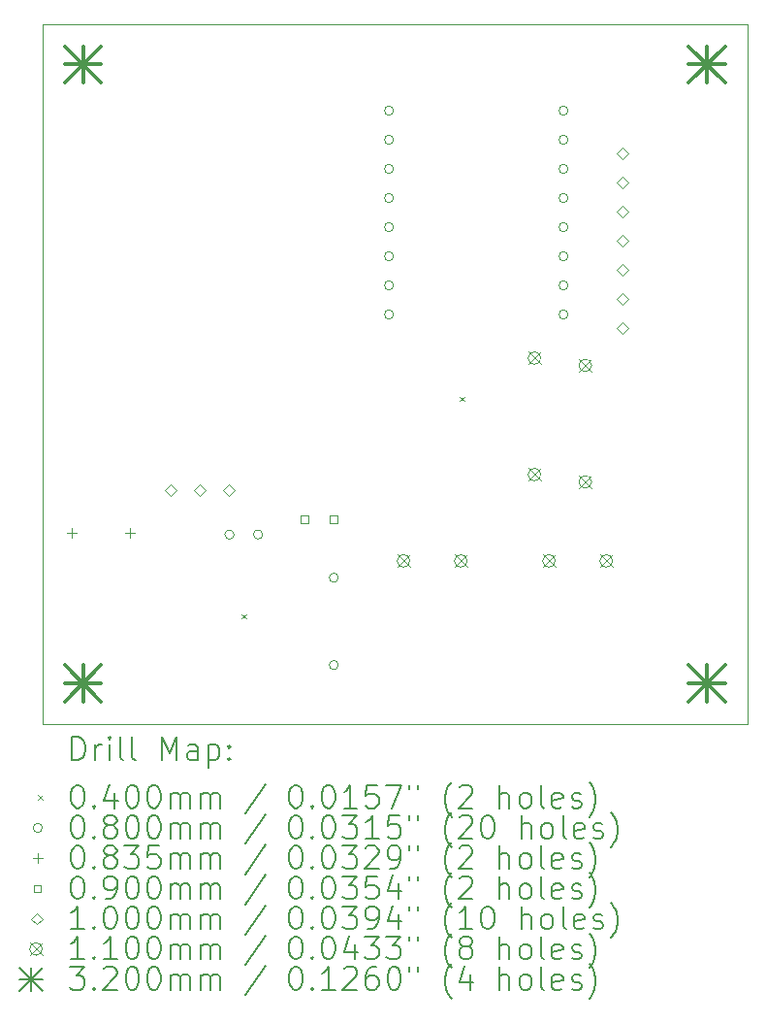
<source format=gbr>
%TF.GenerationSoftware,KiCad,Pcbnew,7.0.9*%
%TF.CreationDate,2025-09-04T13:28:03+02:00*%
%TF.ProjectId,Kicad_Projet_Sons_HW896_V1,4b696361-645f-4507-926f-6a65745f536f,rev?*%
%TF.SameCoordinates,Original*%
%TF.FileFunction,Drillmap*%
%TF.FilePolarity,Positive*%
%FSLAX45Y45*%
G04 Gerber Fmt 4.5, Leading zero omitted, Abs format (unit mm)*
G04 Created by KiCad (PCBNEW 7.0.9) date 2025-09-04 13:28:03*
%MOMM*%
%LPD*%
G01*
G04 APERTURE LIST*
%ADD10C,0.100000*%
%ADD11C,0.200000*%
%ADD12C,0.110000*%
%ADD13C,0.320000*%
G04 APERTURE END LIST*
D10*
X11580000Y-10810000D02*
X11580000Y-4710000D01*
X11580000Y-4710000D02*
X17730000Y-4710000D01*
X17730000Y-10810000D02*
X11580000Y-10810000D01*
X17730000Y-4710000D02*
X17730000Y-10810000D01*
D11*
D10*
X13312000Y-9853360D02*
X13352000Y-9893360D01*
X13352000Y-9853360D02*
X13312000Y-9893360D01*
X15217000Y-7956330D02*
X15257000Y-7996330D01*
X15257000Y-7956330D02*
X15217000Y-7996330D01*
X13249000Y-9160000D02*
G75*
G03*
X13249000Y-9160000I-40000J0D01*
G01*
X13499000Y-9160000D02*
G75*
G03*
X13499000Y-9160000I-40000J0D01*
G01*
X14160000Y-9536000D02*
G75*
G03*
X14160000Y-9536000I-40000J0D01*
G01*
X14160000Y-10298000D02*
G75*
G03*
X14160000Y-10298000I-40000J0D01*
G01*
X14642000Y-5462000D02*
G75*
G03*
X14642000Y-5462000I-40000J0D01*
G01*
X14642000Y-5716000D02*
G75*
G03*
X14642000Y-5716000I-40000J0D01*
G01*
X14642000Y-5970000D02*
G75*
G03*
X14642000Y-5970000I-40000J0D01*
G01*
X14642000Y-6224000D02*
G75*
G03*
X14642000Y-6224000I-40000J0D01*
G01*
X14642000Y-6478000D02*
G75*
G03*
X14642000Y-6478000I-40000J0D01*
G01*
X14642000Y-6732000D02*
G75*
G03*
X14642000Y-6732000I-40000J0D01*
G01*
X14642000Y-6986000D02*
G75*
G03*
X14642000Y-6986000I-40000J0D01*
G01*
X14642000Y-7240000D02*
G75*
G03*
X14642000Y-7240000I-40000J0D01*
G01*
X16166000Y-5462000D02*
G75*
G03*
X16166000Y-5462000I-40000J0D01*
G01*
X16166000Y-5716000D02*
G75*
G03*
X16166000Y-5716000I-40000J0D01*
G01*
X16166000Y-5970000D02*
G75*
G03*
X16166000Y-5970000I-40000J0D01*
G01*
X16166000Y-6224000D02*
G75*
G03*
X16166000Y-6224000I-40000J0D01*
G01*
X16166000Y-6478000D02*
G75*
G03*
X16166000Y-6478000I-40000J0D01*
G01*
X16166000Y-6732000D02*
G75*
G03*
X16166000Y-6732000I-40000J0D01*
G01*
X16166000Y-6986000D02*
G75*
G03*
X16166000Y-6986000I-40000J0D01*
G01*
X16166000Y-7240000D02*
G75*
G03*
X16166000Y-7240000I-40000J0D01*
G01*
X11834000Y-9103250D02*
X11834000Y-9186750D01*
X11792250Y-9145000D02*
X11875750Y-9145000D01*
X12342000Y-9103250D02*
X12342000Y-9186750D01*
X12300250Y-9145000D02*
X12383750Y-9145000D01*
X13897820Y-9059820D02*
X13897820Y-8996180D01*
X13834180Y-8996180D01*
X13834180Y-9059820D01*
X13897820Y-9059820D01*
X14151820Y-9059820D02*
X14151820Y-8996180D01*
X14088180Y-8996180D01*
X14088180Y-9059820D01*
X14151820Y-9059820D01*
X12697000Y-8824000D02*
X12747000Y-8774000D01*
X12697000Y-8724000D01*
X12647000Y-8774000D01*
X12697000Y-8824000D01*
X12951000Y-8824000D02*
X13001000Y-8774000D01*
X12951000Y-8724000D01*
X12901000Y-8774000D01*
X12951000Y-8824000D01*
X13205000Y-8824000D02*
X13255000Y-8774000D01*
X13205000Y-8724000D01*
X13155000Y-8774000D01*
X13205000Y-8824000D01*
X16640000Y-5882000D02*
X16690000Y-5832000D01*
X16640000Y-5782000D01*
X16590000Y-5832000D01*
X16640000Y-5882000D01*
X16640000Y-6136000D02*
X16690000Y-6086000D01*
X16640000Y-6036000D01*
X16590000Y-6086000D01*
X16640000Y-6136000D01*
X16640000Y-6390000D02*
X16690000Y-6340000D01*
X16640000Y-6290000D01*
X16590000Y-6340000D01*
X16640000Y-6390000D01*
X16640000Y-6644000D02*
X16690000Y-6594000D01*
X16640000Y-6544000D01*
X16590000Y-6594000D01*
X16640000Y-6644000D01*
X16640000Y-6898000D02*
X16690000Y-6848000D01*
X16640000Y-6798000D01*
X16590000Y-6848000D01*
X16640000Y-6898000D01*
X16640000Y-7152000D02*
X16690000Y-7102000D01*
X16640000Y-7052000D01*
X16590000Y-7102000D01*
X16640000Y-7152000D01*
X16640000Y-7406000D02*
X16690000Y-7356000D01*
X16640000Y-7306000D01*
X16590000Y-7356000D01*
X16640000Y-7406000D01*
D12*
X14674000Y-9335000D02*
X14784000Y-9445000D01*
X14784000Y-9335000D02*
X14674000Y-9445000D01*
X14784000Y-9390000D02*
G75*
G03*
X14784000Y-9390000I-55000J0D01*
G01*
X15174000Y-9335000D02*
X15284000Y-9445000D01*
X15284000Y-9335000D02*
X15174000Y-9445000D01*
X15284000Y-9390000D02*
G75*
G03*
X15284000Y-9390000I-55000J0D01*
G01*
X15817000Y-7566000D02*
X15927000Y-7676000D01*
X15927000Y-7566000D02*
X15817000Y-7676000D01*
X15927000Y-7621000D02*
G75*
G03*
X15927000Y-7621000I-55000J0D01*
G01*
X15817000Y-8582000D02*
X15927000Y-8692000D01*
X15927000Y-8582000D02*
X15817000Y-8692000D01*
X15927000Y-8637000D02*
G75*
G03*
X15927000Y-8637000I-55000J0D01*
G01*
X15944000Y-9335000D02*
X16054000Y-9445000D01*
X16054000Y-9335000D02*
X15944000Y-9445000D01*
X16054000Y-9390000D02*
G75*
G03*
X16054000Y-9390000I-55000J0D01*
G01*
X16261500Y-7629500D02*
X16371500Y-7739500D01*
X16371500Y-7629500D02*
X16261500Y-7739500D01*
X16371500Y-7684500D02*
G75*
G03*
X16371500Y-7684500I-55000J0D01*
G01*
X16261500Y-8645500D02*
X16371500Y-8755500D01*
X16371500Y-8645500D02*
X16261500Y-8755500D01*
X16371500Y-8700500D02*
G75*
G03*
X16371500Y-8700500I-55000J0D01*
G01*
X16444000Y-9335000D02*
X16554000Y-9445000D01*
X16554000Y-9335000D02*
X16444000Y-9445000D01*
X16554000Y-9390000D02*
G75*
G03*
X16554000Y-9390000I-55000J0D01*
G01*
D13*
X11770000Y-4900000D02*
X12090000Y-5220000D01*
X12090000Y-4900000D02*
X11770000Y-5220000D01*
X11930000Y-4900000D02*
X11930000Y-5220000D01*
X11770000Y-5060000D02*
X12090000Y-5060000D01*
X11770000Y-10300000D02*
X12090000Y-10620000D01*
X12090000Y-10300000D02*
X11770000Y-10620000D01*
X11930000Y-10300000D02*
X11930000Y-10620000D01*
X11770000Y-10460000D02*
X12090000Y-10460000D01*
X17220000Y-4900000D02*
X17540000Y-5220000D01*
X17540000Y-4900000D02*
X17220000Y-5220000D01*
X17380000Y-4900000D02*
X17380000Y-5220000D01*
X17220000Y-5060000D02*
X17540000Y-5060000D01*
X17220000Y-10300000D02*
X17540000Y-10620000D01*
X17540000Y-10300000D02*
X17220000Y-10620000D01*
X17380000Y-10300000D02*
X17380000Y-10620000D01*
X17220000Y-10460000D02*
X17540000Y-10460000D01*
D11*
X11835777Y-11126484D02*
X11835777Y-10926484D01*
X11835777Y-10926484D02*
X11883396Y-10926484D01*
X11883396Y-10926484D02*
X11911967Y-10936008D01*
X11911967Y-10936008D02*
X11931015Y-10955055D01*
X11931015Y-10955055D02*
X11940539Y-10974103D01*
X11940539Y-10974103D02*
X11950062Y-11012198D01*
X11950062Y-11012198D02*
X11950062Y-11040770D01*
X11950062Y-11040770D02*
X11940539Y-11078865D01*
X11940539Y-11078865D02*
X11931015Y-11097912D01*
X11931015Y-11097912D02*
X11911967Y-11116960D01*
X11911967Y-11116960D02*
X11883396Y-11126484D01*
X11883396Y-11126484D02*
X11835777Y-11126484D01*
X12035777Y-11126484D02*
X12035777Y-10993150D01*
X12035777Y-11031246D02*
X12045301Y-11012198D01*
X12045301Y-11012198D02*
X12054824Y-11002674D01*
X12054824Y-11002674D02*
X12073872Y-10993150D01*
X12073872Y-10993150D02*
X12092920Y-10993150D01*
X12159586Y-11126484D02*
X12159586Y-10993150D01*
X12159586Y-10926484D02*
X12150062Y-10936008D01*
X12150062Y-10936008D02*
X12159586Y-10945531D01*
X12159586Y-10945531D02*
X12169110Y-10936008D01*
X12169110Y-10936008D02*
X12159586Y-10926484D01*
X12159586Y-10926484D02*
X12159586Y-10945531D01*
X12283396Y-11126484D02*
X12264348Y-11116960D01*
X12264348Y-11116960D02*
X12254824Y-11097912D01*
X12254824Y-11097912D02*
X12254824Y-10926484D01*
X12388158Y-11126484D02*
X12369110Y-11116960D01*
X12369110Y-11116960D02*
X12359586Y-11097912D01*
X12359586Y-11097912D02*
X12359586Y-10926484D01*
X12616729Y-11126484D02*
X12616729Y-10926484D01*
X12616729Y-10926484D02*
X12683396Y-11069341D01*
X12683396Y-11069341D02*
X12750062Y-10926484D01*
X12750062Y-10926484D02*
X12750062Y-11126484D01*
X12931015Y-11126484D02*
X12931015Y-11021722D01*
X12931015Y-11021722D02*
X12921491Y-11002674D01*
X12921491Y-11002674D02*
X12902443Y-10993150D01*
X12902443Y-10993150D02*
X12864348Y-10993150D01*
X12864348Y-10993150D02*
X12845301Y-11002674D01*
X12931015Y-11116960D02*
X12911967Y-11126484D01*
X12911967Y-11126484D02*
X12864348Y-11126484D01*
X12864348Y-11126484D02*
X12845301Y-11116960D01*
X12845301Y-11116960D02*
X12835777Y-11097912D01*
X12835777Y-11097912D02*
X12835777Y-11078865D01*
X12835777Y-11078865D02*
X12845301Y-11059817D01*
X12845301Y-11059817D02*
X12864348Y-11050293D01*
X12864348Y-11050293D02*
X12911967Y-11050293D01*
X12911967Y-11050293D02*
X12931015Y-11040770D01*
X13026253Y-10993150D02*
X13026253Y-11193150D01*
X13026253Y-11002674D02*
X13045301Y-10993150D01*
X13045301Y-10993150D02*
X13083396Y-10993150D01*
X13083396Y-10993150D02*
X13102443Y-11002674D01*
X13102443Y-11002674D02*
X13111967Y-11012198D01*
X13111967Y-11012198D02*
X13121491Y-11031246D01*
X13121491Y-11031246D02*
X13121491Y-11088389D01*
X13121491Y-11088389D02*
X13111967Y-11107436D01*
X13111967Y-11107436D02*
X13102443Y-11116960D01*
X13102443Y-11116960D02*
X13083396Y-11126484D01*
X13083396Y-11126484D02*
X13045301Y-11126484D01*
X13045301Y-11126484D02*
X13026253Y-11116960D01*
X13207205Y-11107436D02*
X13216729Y-11116960D01*
X13216729Y-11116960D02*
X13207205Y-11126484D01*
X13207205Y-11126484D02*
X13197682Y-11116960D01*
X13197682Y-11116960D02*
X13207205Y-11107436D01*
X13207205Y-11107436D02*
X13207205Y-11126484D01*
X13207205Y-11002674D02*
X13216729Y-11012198D01*
X13216729Y-11012198D02*
X13207205Y-11021722D01*
X13207205Y-11021722D02*
X13197682Y-11012198D01*
X13197682Y-11012198D02*
X13207205Y-11002674D01*
X13207205Y-11002674D02*
X13207205Y-11021722D01*
D10*
X11535000Y-11435000D02*
X11575000Y-11475000D01*
X11575000Y-11435000D02*
X11535000Y-11475000D01*
D11*
X11873872Y-11346484D02*
X11892920Y-11346484D01*
X11892920Y-11346484D02*
X11911967Y-11356008D01*
X11911967Y-11356008D02*
X11921491Y-11365531D01*
X11921491Y-11365531D02*
X11931015Y-11384579D01*
X11931015Y-11384579D02*
X11940539Y-11422674D01*
X11940539Y-11422674D02*
X11940539Y-11470293D01*
X11940539Y-11470293D02*
X11931015Y-11508388D01*
X11931015Y-11508388D02*
X11921491Y-11527436D01*
X11921491Y-11527436D02*
X11911967Y-11536960D01*
X11911967Y-11536960D02*
X11892920Y-11546484D01*
X11892920Y-11546484D02*
X11873872Y-11546484D01*
X11873872Y-11546484D02*
X11854824Y-11536960D01*
X11854824Y-11536960D02*
X11845301Y-11527436D01*
X11845301Y-11527436D02*
X11835777Y-11508388D01*
X11835777Y-11508388D02*
X11826253Y-11470293D01*
X11826253Y-11470293D02*
X11826253Y-11422674D01*
X11826253Y-11422674D02*
X11835777Y-11384579D01*
X11835777Y-11384579D02*
X11845301Y-11365531D01*
X11845301Y-11365531D02*
X11854824Y-11356008D01*
X11854824Y-11356008D02*
X11873872Y-11346484D01*
X12026253Y-11527436D02*
X12035777Y-11536960D01*
X12035777Y-11536960D02*
X12026253Y-11546484D01*
X12026253Y-11546484D02*
X12016729Y-11536960D01*
X12016729Y-11536960D02*
X12026253Y-11527436D01*
X12026253Y-11527436D02*
X12026253Y-11546484D01*
X12207205Y-11413150D02*
X12207205Y-11546484D01*
X12159586Y-11336960D02*
X12111967Y-11479817D01*
X12111967Y-11479817D02*
X12235777Y-11479817D01*
X12350062Y-11346484D02*
X12369110Y-11346484D01*
X12369110Y-11346484D02*
X12388158Y-11356008D01*
X12388158Y-11356008D02*
X12397682Y-11365531D01*
X12397682Y-11365531D02*
X12407205Y-11384579D01*
X12407205Y-11384579D02*
X12416729Y-11422674D01*
X12416729Y-11422674D02*
X12416729Y-11470293D01*
X12416729Y-11470293D02*
X12407205Y-11508388D01*
X12407205Y-11508388D02*
X12397682Y-11527436D01*
X12397682Y-11527436D02*
X12388158Y-11536960D01*
X12388158Y-11536960D02*
X12369110Y-11546484D01*
X12369110Y-11546484D02*
X12350062Y-11546484D01*
X12350062Y-11546484D02*
X12331015Y-11536960D01*
X12331015Y-11536960D02*
X12321491Y-11527436D01*
X12321491Y-11527436D02*
X12311967Y-11508388D01*
X12311967Y-11508388D02*
X12302443Y-11470293D01*
X12302443Y-11470293D02*
X12302443Y-11422674D01*
X12302443Y-11422674D02*
X12311967Y-11384579D01*
X12311967Y-11384579D02*
X12321491Y-11365531D01*
X12321491Y-11365531D02*
X12331015Y-11356008D01*
X12331015Y-11356008D02*
X12350062Y-11346484D01*
X12540539Y-11346484D02*
X12559586Y-11346484D01*
X12559586Y-11346484D02*
X12578634Y-11356008D01*
X12578634Y-11356008D02*
X12588158Y-11365531D01*
X12588158Y-11365531D02*
X12597682Y-11384579D01*
X12597682Y-11384579D02*
X12607205Y-11422674D01*
X12607205Y-11422674D02*
X12607205Y-11470293D01*
X12607205Y-11470293D02*
X12597682Y-11508388D01*
X12597682Y-11508388D02*
X12588158Y-11527436D01*
X12588158Y-11527436D02*
X12578634Y-11536960D01*
X12578634Y-11536960D02*
X12559586Y-11546484D01*
X12559586Y-11546484D02*
X12540539Y-11546484D01*
X12540539Y-11546484D02*
X12521491Y-11536960D01*
X12521491Y-11536960D02*
X12511967Y-11527436D01*
X12511967Y-11527436D02*
X12502443Y-11508388D01*
X12502443Y-11508388D02*
X12492920Y-11470293D01*
X12492920Y-11470293D02*
X12492920Y-11422674D01*
X12492920Y-11422674D02*
X12502443Y-11384579D01*
X12502443Y-11384579D02*
X12511967Y-11365531D01*
X12511967Y-11365531D02*
X12521491Y-11356008D01*
X12521491Y-11356008D02*
X12540539Y-11346484D01*
X12692920Y-11546484D02*
X12692920Y-11413150D01*
X12692920Y-11432198D02*
X12702443Y-11422674D01*
X12702443Y-11422674D02*
X12721491Y-11413150D01*
X12721491Y-11413150D02*
X12750063Y-11413150D01*
X12750063Y-11413150D02*
X12769110Y-11422674D01*
X12769110Y-11422674D02*
X12778634Y-11441722D01*
X12778634Y-11441722D02*
X12778634Y-11546484D01*
X12778634Y-11441722D02*
X12788158Y-11422674D01*
X12788158Y-11422674D02*
X12807205Y-11413150D01*
X12807205Y-11413150D02*
X12835777Y-11413150D01*
X12835777Y-11413150D02*
X12854824Y-11422674D01*
X12854824Y-11422674D02*
X12864348Y-11441722D01*
X12864348Y-11441722D02*
X12864348Y-11546484D01*
X12959586Y-11546484D02*
X12959586Y-11413150D01*
X12959586Y-11432198D02*
X12969110Y-11422674D01*
X12969110Y-11422674D02*
X12988158Y-11413150D01*
X12988158Y-11413150D02*
X13016729Y-11413150D01*
X13016729Y-11413150D02*
X13035777Y-11422674D01*
X13035777Y-11422674D02*
X13045301Y-11441722D01*
X13045301Y-11441722D02*
X13045301Y-11546484D01*
X13045301Y-11441722D02*
X13054824Y-11422674D01*
X13054824Y-11422674D02*
X13073872Y-11413150D01*
X13073872Y-11413150D02*
X13102443Y-11413150D01*
X13102443Y-11413150D02*
X13121491Y-11422674D01*
X13121491Y-11422674D02*
X13131015Y-11441722D01*
X13131015Y-11441722D02*
X13131015Y-11546484D01*
X13521491Y-11336960D02*
X13350063Y-11594103D01*
X13778634Y-11346484D02*
X13797682Y-11346484D01*
X13797682Y-11346484D02*
X13816729Y-11356008D01*
X13816729Y-11356008D02*
X13826253Y-11365531D01*
X13826253Y-11365531D02*
X13835777Y-11384579D01*
X13835777Y-11384579D02*
X13845301Y-11422674D01*
X13845301Y-11422674D02*
X13845301Y-11470293D01*
X13845301Y-11470293D02*
X13835777Y-11508388D01*
X13835777Y-11508388D02*
X13826253Y-11527436D01*
X13826253Y-11527436D02*
X13816729Y-11536960D01*
X13816729Y-11536960D02*
X13797682Y-11546484D01*
X13797682Y-11546484D02*
X13778634Y-11546484D01*
X13778634Y-11546484D02*
X13759586Y-11536960D01*
X13759586Y-11536960D02*
X13750063Y-11527436D01*
X13750063Y-11527436D02*
X13740539Y-11508388D01*
X13740539Y-11508388D02*
X13731015Y-11470293D01*
X13731015Y-11470293D02*
X13731015Y-11422674D01*
X13731015Y-11422674D02*
X13740539Y-11384579D01*
X13740539Y-11384579D02*
X13750063Y-11365531D01*
X13750063Y-11365531D02*
X13759586Y-11356008D01*
X13759586Y-11356008D02*
X13778634Y-11346484D01*
X13931015Y-11527436D02*
X13940539Y-11536960D01*
X13940539Y-11536960D02*
X13931015Y-11546484D01*
X13931015Y-11546484D02*
X13921491Y-11536960D01*
X13921491Y-11536960D02*
X13931015Y-11527436D01*
X13931015Y-11527436D02*
X13931015Y-11546484D01*
X14064348Y-11346484D02*
X14083396Y-11346484D01*
X14083396Y-11346484D02*
X14102444Y-11356008D01*
X14102444Y-11356008D02*
X14111967Y-11365531D01*
X14111967Y-11365531D02*
X14121491Y-11384579D01*
X14121491Y-11384579D02*
X14131015Y-11422674D01*
X14131015Y-11422674D02*
X14131015Y-11470293D01*
X14131015Y-11470293D02*
X14121491Y-11508388D01*
X14121491Y-11508388D02*
X14111967Y-11527436D01*
X14111967Y-11527436D02*
X14102444Y-11536960D01*
X14102444Y-11536960D02*
X14083396Y-11546484D01*
X14083396Y-11546484D02*
X14064348Y-11546484D01*
X14064348Y-11546484D02*
X14045301Y-11536960D01*
X14045301Y-11536960D02*
X14035777Y-11527436D01*
X14035777Y-11527436D02*
X14026253Y-11508388D01*
X14026253Y-11508388D02*
X14016729Y-11470293D01*
X14016729Y-11470293D02*
X14016729Y-11422674D01*
X14016729Y-11422674D02*
X14026253Y-11384579D01*
X14026253Y-11384579D02*
X14035777Y-11365531D01*
X14035777Y-11365531D02*
X14045301Y-11356008D01*
X14045301Y-11356008D02*
X14064348Y-11346484D01*
X14321491Y-11546484D02*
X14207206Y-11546484D01*
X14264348Y-11546484D02*
X14264348Y-11346484D01*
X14264348Y-11346484D02*
X14245301Y-11375055D01*
X14245301Y-11375055D02*
X14226253Y-11394103D01*
X14226253Y-11394103D02*
X14207206Y-11403627D01*
X14502444Y-11346484D02*
X14407206Y-11346484D01*
X14407206Y-11346484D02*
X14397682Y-11441722D01*
X14397682Y-11441722D02*
X14407206Y-11432198D01*
X14407206Y-11432198D02*
X14426253Y-11422674D01*
X14426253Y-11422674D02*
X14473872Y-11422674D01*
X14473872Y-11422674D02*
X14492920Y-11432198D01*
X14492920Y-11432198D02*
X14502444Y-11441722D01*
X14502444Y-11441722D02*
X14511967Y-11460769D01*
X14511967Y-11460769D02*
X14511967Y-11508388D01*
X14511967Y-11508388D02*
X14502444Y-11527436D01*
X14502444Y-11527436D02*
X14492920Y-11536960D01*
X14492920Y-11536960D02*
X14473872Y-11546484D01*
X14473872Y-11546484D02*
X14426253Y-11546484D01*
X14426253Y-11546484D02*
X14407206Y-11536960D01*
X14407206Y-11536960D02*
X14397682Y-11527436D01*
X14578634Y-11346484D02*
X14711967Y-11346484D01*
X14711967Y-11346484D02*
X14626253Y-11546484D01*
X14778634Y-11346484D02*
X14778634Y-11384579D01*
X14854825Y-11346484D02*
X14854825Y-11384579D01*
X15150063Y-11622674D02*
X15140539Y-11613150D01*
X15140539Y-11613150D02*
X15121491Y-11584579D01*
X15121491Y-11584579D02*
X15111968Y-11565531D01*
X15111968Y-11565531D02*
X15102444Y-11536960D01*
X15102444Y-11536960D02*
X15092920Y-11489341D01*
X15092920Y-11489341D02*
X15092920Y-11451246D01*
X15092920Y-11451246D02*
X15102444Y-11403627D01*
X15102444Y-11403627D02*
X15111968Y-11375055D01*
X15111968Y-11375055D02*
X15121491Y-11356008D01*
X15121491Y-11356008D02*
X15140539Y-11327436D01*
X15140539Y-11327436D02*
X15150063Y-11317912D01*
X15216729Y-11365531D02*
X15226253Y-11356008D01*
X15226253Y-11356008D02*
X15245301Y-11346484D01*
X15245301Y-11346484D02*
X15292920Y-11346484D01*
X15292920Y-11346484D02*
X15311968Y-11356008D01*
X15311968Y-11356008D02*
X15321491Y-11365531D01*
X15321491Y-11365531D02*
X15331015Y-11384579D01*
X15331015Y-11384579D02*
X15331015Y-11403627D01*
X15331015Y-11403627D02*
X15321491Y-11432198D01*
X15321491Y-11432198D02*
X15207206Y-11546484D01*
X15207206Y-11546484D02*
X15331015Y-11546484D01*
X15569110Y-11546484D02*
X15569110Y-11346484D01*
X15654825Y-11546484D02*
X15654825Y-11441722D01*
X15654825Y-11441722D02*
X15645301Y-11422674D01*
X15645301Y-11422674D02*
X15626253Y-11413150D01*
X15626253Y-11413150D02*
X15597682Y-11413150D01*
X15597682Y-11413150D02*
X15578634Y-11422674D01*
X15578634Y-11422674D02*
X15569110Y-11432198D01*
X15778634Y-11546484D02*
X15759587Y-11536960D01*
X15759587Y-11536960D02*
X15750063Y-11527436D01*
X15750063Y-11527436D02*
X15740539Y-11508388D01*
X15740539Y-11508388D02*
X15740539Y-11451246D01*
X15740539Y-11451246D02*
X15750063Y-11432198D01*
X15750063Y-11432198D02*
X15759587Y-11422674D01*
X15759587Y-11422674D02*
X15778634Y-11413150D01*
X15778634Y-11413150D02*
X15807206Y-11413150D01*
X15807206Y-11413150D02*
X15826253Y-11422674D01*
X15826253Y-11422674D02*
X15835777Y-11432198D01*
X15835777Y-11432198D02*
X15845301Y-11451246D01*
X15845301Y-11451246D02*
X15845301Y-11508388D01*
X15845301Y-11508388D02*
X15835777Y-11527436D01*
X15835777Y-11527436D02*
X15826253Y-11536960D01*
X15826253Y-11536960D02*
X15807206Y-11546484D01*
X15807206Y-11546484D02*
X15778634Y-11546484D01*
X15959587Y-11546484D02*
X15940539Y-11536960D01*
X15940539Y-11536960D02*
X15931015Y-11517912D01*
X15931015Y-11517912D02*
X15931015Y-11346484D01*
X16111968Y-11536960D02*
X16092920Y-11546484D01*
X16092920Y-11546484D02*
X16054825Y-11546484D01*
X16054825Y-11546484D02*
X16035777Y-11536960D01*
X16035777Y-11536960D02*
X16026253Y-11517912D01*
X16026253Y-11517912D02*
X16026253Y-11441722D01*
X16026253Y-11441722D02*
X16035777Y-11422674D01*
X16035777Y-11422674D02*
X16054825Y-11413150D01*
X16054825Y-11413150D02*
X16092920Y-11413150D01*
X16092920Y-11413150D02*
X16111968Y-11422674D01*
X16111968Y-11422674D02*
X16121491Y-11441722D01*
X16121491Y-11441722D02*
X16121491Y-11460769D01*
X16121491Y-11460769D02*
X16026253Y-11479817D01*
X16197682Y-11536960D02*
X16216730Y-11546484D01*
X16216730Y-11546484D02*
X16254825Y-11546484D01*
X16254825Y-11546484D02*
X16273872Y-11536960D01*
X16273872Y-11536960D02*
X16283396Y-11517912D01*
X16283396Y-11517912D02*
X16283396Y-11508388D01*
X16283396Y-11508388D02*
X16273872Y-11489341D01*
X16273872Y-11489341D02*
X16254825Y-11479817D01*
X16254825Y-11479817D02*
X16226253Y-11479817D01*
X16226253Y-11479817D02*
X16207206Y-11470293D01*
X16207206Y-11470293D02*
X16197682Y-11451246D01*
X16197682Y-11451246D02*
X16197682Y-11441722D01*
X16197682Y-11441722D02*
X16207206Y-11422674D01*
X16207206Y-11422674D02*
X16226253Y-11413150D01*
X16226253Y-11413150D02*
X16254825Y-11413150D01*
X16254825Y-11413150D02*
X16273872Y-11422674D01*
X16350063Y-11622674D02*
X16359587Y-11613150D01*
X16359587Y-11613150D02*
X16378634Y-11584579D01*
X16378634Y-11584579D02*
X16388158Y-11565531D01*
X16388158Y-11565531D02*
X16397682Y-11536960D01*
X16397682Y-11536960D02*
X16407206Y-11489341D01*
X16407206Y-11489341D02*
X16407206Y-11451246D01*
X16407206Y-11451246D02*
X16397682Y-11403627D01*
X16397682Y-11403627D02*
X16388158Y-11375055D01*
X16388158Y-11375055D02*
X16378634Y-11356008D01*
X16378634Y-11356008D02*
X16359587Y-11327436D01*
X16359587Y-11327436D02*
X16350063Y-11317912D01*
D10*
X11575000Y-11719000D02*
G75*
G03*
X11575000Y-11719000I-40000J0D01*
G01*
D11*
X11873872Y-11610484D02*
X11892920Y-11610484D01*
X11892920Y-11610484D02*
X11911967Y-11620008D01*
X11911967Y-11620008D02*
X11921491Y-11629531D01*
X11921491Y-11629531D02*
X11931015Y-11648579D01*
X11931015Y-11648579D02*
X11940539Y-11686674D01*
X11940539Y-11686674D02*
X11940539Y-11734293D01*
X11940539Y-11734293D02*
X11931015Y-11772388D01*
X11931015Y-11772388D02*
X11921491Y-11791436D01*
X11921491Y-11791436D02*
X11911967Y-11800960D01*
X11911967Y-11800960D02*
X11892920Y-11810484D01*
X11892920Y-11810484D02*
X11873872Y-11810484D01*
X11873872Y-11810484D02*
X11854824Y-11800960D01*
X11854824Y-11800960D02*
X11845301Y-11791436D01*
X11845301Y-11791436D02*
X11835777Y-11772388D01*
X11835777Y-11772388D02*
X11826253Y-11734293D01*
X11826253Y-11734293D02*
X11826253Y-11686674D01*
X11826253Y-11686674D02*
X11835777Y-11648579D01*
X11835777Y-11648579D02*
X11845301Y-11629531D01*
X11845301Y-11629531D02*
X11854824Y-11620008D01*
X11854824Y-11620008D02*
X11873872Y-11610484D01*
X12026253Y-11791436D02*
X12035777Y-11800960D01*
X12035777Y-11800960D02*
X12026253Y-11810484D01*
X12026253Y-11810484D02*
X12016729Y-11800960D01*
X12016729Y-11800960D02*
X12026253Y-11791436D01*
X12026253Y-11791436D02*
X12026253Y-11810484D01*
X12150062Y-11696198D02*
X12131015Y-11686674D01*
X12131015Y-11686674D02*
X12121491Y-11677150D01*
X12121491Y-11677150D02*
X12111967Y-11658103D01*
X12111967Y-11658103D02*
X12111967Y-11648579D01*
X12111967Y-11648579D02*
X12121491Y-11629531D01*
X12121491Y-11629531D02*
X12131015Y-11620008D01*
X12131015Y-11620008D02*
X12150062Y-11610484D01*
X12150062Y-11610484D02*
X12188158Y-11610484D01*
X12188158Y-11610484D02*
X12207205Y-11620008D01*
X12207205Y-11620008D02*
X12216729Y-11629531D01*
X12216729Y-11629531D02*
X12226253Y-11648579D01*
X12226253Y-11648579D02*
X12226253Y-11658103D01*
X12226253Y-11658103D02*
X12216729Y-11677150D01*
X12216729Y-11677150D02*
X12207205Y-11686674D01*
X12207205Y-11686674D02*
X12188158Y-11696198D01*
X12188158Y-11696198D02*
X12150062Y-11696198D01*
X12150062Y-11696198D02*
X12131015Y-11705722D01*
X12131015Y-11705722D02*
X12121491Y-11715246D01*
X12121491Y-11715246D02*
X12111967Y-11734293D01*
X12111967Y-11734293D02*
X12111967Y-11772388D01*
X12111967Y-11772388D02*
X12121491Y-11791436D01*
X12121491Y-11791436D02*
X12131015Y-11800960D01*
X12131015Y-11800960D02*
X12150062Y-11810484D01*
X12150062Y-11810484D02*
X12188158Y-11810484D01*
X12188158Y-11810484D02*
X12207205Y-11800960D01*
X12207205Y-11800960D02*
X12216729Y-11791436D01*
X12216729Y-11791436D02*
X12226253Y-11772388D01*
X12226253Y-11772388D02*
X12226253Y-11734293D01*
X12226253Y-11734293D02*
X12216729Y-11715246D01*
X12216729Y-11715246D02*
X12207205Y-11705722D01*
X12207205Y-11705722D02*
X12188158Y-11696198D01*
X12350062Y-11610484D02*
X12369110Y-11610484D01*
X12369110Y-11610484D02*
X12388158Y-11620008D01*
X12388158Y-11620008D02*
X12397682Y-11629531D01*
X12397682Y-11629531D02*
X12407205Y-11648579D01*
X12407205Y-11648579D02*
X12416729Y-11686674D01*
X12416729Y-11686674D02*
X12416729Y-11734293D01*
X12416729Y-11734293D02*
X12407205Y-11772388D01*
X12407205Y-11772388D02*
X12397682Y-11791436D01*
X12397682Y-11791436D02*
X12388158Y-11800960D01*
X12388158Y-11800960D02*
X12369110Y-11810484D01*
X12369110Y-11810484D02*
X12350062Y-11810484D01*
X12350062Y-11810484D02*
X12331015Y-11800960D01*
X12331015Y-11800960D02*
X12321491Y-11791436D01*
X12321491Y-11791436D02*
X12311967Y-11772388D01*
X12311967Y-11772388D02*
X12302443Y-11734293D01*
X12302443Y-11734293D02*
X12302443Y-11686674D01*
X12302443Y-11686674D02*
X12311967Y-11648579D01*
X12311967Y-11648579D02*
X12321491Y-11629531D01*
X12321491Y-11629531D02*
X12331015Y-11620008D01*
X12331015Y-11620008D02*
X12350062Y-11610484D01*
X12540539Y-11610484D02*
X12559586Y-11610484D01*
X12559586Y-11610484D02*
X12578634Y-11620008D01*
X12578634Y-11620008D02*
X12588158Y-11629531D01*
X12588158Y-11629531D02*
X12597682Y-11648579D01*
X12597682Y-11648579D02*
X12607205Y-11686674D01*
X12607205Y-11686674D02*
X12607205Y-11734293D01*
X12607205Y-11734293D02*
X12597682Y-11772388D01*
X12597682Y-11772388D02*
X12588158Y-11791436D01*
X12588158Y-11791436D02*
X12578634Y-11800960D01*
X12578634Y-11800960D02*
X12559586Y-11810484D01*
X12559586Y-11810484D02*
X12540539Y-11810484D01*
X12540539Y-11810484D02*
X12521491Y-11800960D01*
X12521491Y-11800960D02*
X12511967Y-11791436D01*
X12511967Y-11791436D02*
X12502443Y-11772388D01*
X12502443Y-11772388D02*
X12492920Y-11734293D01*
X12492920Y-11734293D02*
X12492920Y-11686674D01*
X12492920Y-11686674D02*
X12502443Y-11648579D01*
X12502443Y-11648579D02*
X12511967Y-11629531D01*
X12511967Y-11629531D02*
X12521491Y-11620008D01*
X12521491Y-11620008D02*
X12540539Y-11610484D01*
X12692920Y-11810484D02*
X12692920Y-11677150D01*
X12692920Y-11696198D02*
X12702443Y-11686674D01*
X12702443Y-11686674D02*
X12721491Y-11677150D01*
X12721491Y-11677150D02*
X12750063Y-11677150D01*
X12750063Y-11677150D02*
X12769110Y-11686674D01*
X12769110Y-11686674D02*
X12778634Y-11705722D01*
X12778634Y-11705722D02*
X12778634Y-11810484D01*
X12778634Y-11705722D02*
X12788158Y-11686674D01*
X12788158Y-11686674D02*
X12807205Y-11677150D01*
X12807205Y-11677150D02*
X12835777Y-11677150D01*
X12835777Y-11677150D02*
X12854824Y-11686674D01*
X12854824Y-11686674D02*
X12864348Y-11705722D01*
X12864348Y-11705722D02*
X12864348Y-11810484D01*
X12959586Y-11810484D02*
X12959586Y-11677150D01*
X12959586Y-11696198D02*
X12969110Y-11686674D01*
X12969110Y-11686674D02*
X12988158Y-11677150D01*
X12988158Y-11677150D02*
X13016729Y-11677150D01*
X13016729Y-11677150D02*
X13035777Y-11686674D01*
X13035777Y-11686674D02*
X13045301Y-11705722D01*
X13045301Y-11705722D02*
X13045301Y-11810484D01*
X13045301Y-11705722D02*
X13054824Y-11686674D01*
X13054824Y-11686674D02*
X13073872Y-11677150D01*
X13073872Y-11677150D02*
X13102443Y-11677150D01*
X13102443Y-11677150D02*
X13121491Y-11686674D01*
X13121491Y-11686674D02*
X13131015Y-11705722D01*
X13131015Y-11705722D02*
X13131015Y-11810484D01*
X13521491Y-11600960D02*
X13350063Y-11858103D01*
X13778634Y-11610484D02*
X13797682Y-11610484D01*
X13797682Y-11610484D02*
X13816729Y-11620008D01*
X13816729Y-11620008D02*
X13826253Y-11629531D01*
X13826253Y-11629531D02*
X13835777Y-11648579D01*
X13835777Y-11648579D02*
X13845301Y-11686674D01*
X13845301Y-11686674D02*
X13845301Y-11734293D01*
X13845301Y-11734293D02*
X13835777Y-11772388D01*
X13835777Y-11772388D02*
X13826253Y-11791436D01*
X13826253Y-11791436D02*
X13816729Y-11800960D01*
X13816729Y-11800960D02*
X13797682Y-11810484D01*
X13797682Y-11810484D02*
X13778634Y-11810484D01*
X13778634Y-11810484D02*
X13759586Y-11800960D01*
X13759586Y-11800960D02*
X13750063Y-11791436D01*
X13750063Y-11791436D02*
X13740539Y-11772388D01*
X13740539Y-11772388D02*
X13731015Y-11734293D01*
X13731015Y-11734293D02*
X13731015Y-11686674D01*
X13731015Y-11686674D02*
X13740539Y-11648579D01*
X13740539Y-11648579D02*
X13750063Y-11629531D01*
X13750063Y-11629531D02*
X13759586Y-11620008D01*
X13759586Y-11620008D02*
X13778634Y-11610484D01*
X13931015Y-11791436D02*
X13940539Y-11800960D01*
X13940539Y-11800960D02*
X13931015Y-11810484D01*
X13931015Y-11810484D02*
X13921491Y-11800960D01*
X13921491Y-11800960D02*
X13931015Y-11791436D01*
X13931015Y-11791436D02*
X13931015Y-11810484D01*
X14064348Y-11610484D02*
X14083396Y-11610484D01*
X14083396Y-11610484D02*
X14102444Y-11620008D01*
X14102444Y-11620008D02*
X14111967Y-11629531D01*
X14111967Y-11629531D02*
X14121491Y-11648579D01*
X14121491Y-11648579D02*
X14131015Y-11686674D01*
X14131015Y-11686674D02*
X14131015Y-11734293D01*
X14131015Y-11734293D02*
X14121491Y-11772388D01*
X14121491Y-11772388D02*
X14111967Y-11791436D01*
X14111967Y-11791436D02*
X14102444Y-11800960D01*
X14102444Y-11800960D02*
X14083396Y-11810484D01*
X14083396Y-11810484D02*
X14064348Y-11810484D01*
X14064348Y-11810484D02*
X14045301Y-11800960D01*
X14045301Y-11800960D02*
X14035777Y-11791436D01*
X14035777Y-11791436D02*
X14026253Y-11772388D01*
X14026253Y-11772388D02*
X14016729Y-11734293D01*
X14016729Y-11734293D02*
X14016729Y-11686674D01*
X14016729Y-11686674D02*
X14026253Y-11648579D01*
X14026253Y-11648579D02*
X14035777Y-11629531D01*
X14035777Y-11629531D02*
X14045301Y-11620008D01*
X14045301Y-11620008D02*
X14064348Y-11610484D01*
X14197682Y-11610484D02*
X14321491Y-11610484D01*
X14321491Y-11610484D02*
X14254825Y-11686674D01*
X14254825Y-11686674D02*
X14283396Y-11686674D01*
X14283396Y-11686674D02*
X14302444Y-11696198D01*
X14302444Y-11696198D02*
X14311967Y-11705722D01*
X14311967Y-11705722D02*
X14321491Y-11724769D01*
X14321491Y-11724769D02*
X14321491Y-11772388D01*
X14321491Y-11772388D02*
X14311967Y-11791436D01*
X14311967Y-11791436D02*
X14302444Y-11800960D01*
X14302444Y-11800960D02*
X14283396Y-11810484D01*
X14283396Y-11810484D02*
X14226253Y-11810484D01*
X14226253Y-11810484D02*
X14207206Y-11800960D01*
X14207206Y-11800960D02*
X14197682Y-11791436D01*
X14511967Y-11810484D02*
X14397682Y-11810484D01*
X14454825Y-11810484D02*
X14454825Y-11610484D01*
X14454825Y-11610484D02*
X14435777Y-11639055D01*
X14435777Y-11639055D02*
X14416729Y-11658103D01*
X14416729Y-11658103D02*
X14397682Y-11667627D01*
X14692920Y-11610484D02*
X14597682Y-11610484D01*
X14597682Y-11610484D02*
X14588158Y-11705722D01*
X14588158Y-11705722D02*
X14597682Y-11696198D01*
X14597682Y-11696198D02*
X14616729Y-11686674D01*
X14616729Y-11686674D02*
X14664348Y-11686674D01*
X14664348Y-11686674D02*
X14683396Y-11696198D01*
X14683396Y-11696198D02*
X14692920Y-11705722D01*
X14692920Y-11705722D02*
X14702444Y-11724769D01*
X14702444Y-11724769D02*
X14702444Y-11772388D01*
X14702444Y-11772388D02*
X14692920Y-11791436D01*
X14692920Y-11791436D02*
X14683396Y-11800960D01*
X14683396Y-11800960D02*
X14664348Y-11810484D01*
X14664348Y-11810484D02*
X14616729Y-11810484D01*
X14616729Y-11810484D02*
X14597682Y-11800960D01*
X14597682Y-11800960D02*
X14588158Y-11791436D01*
X14778634Y-11610484D02*
X14778634Y-11648579D01*
X14854825Y-11610484D02*
X14854825Y-11648579D01*
X15150063Y-11886674D02*
X15140539Y-11877150D01*
X15140539Y-11877150D02*
X15121491Y-11848579D01*
X15121491Y-11848579D02*
X15111968Y-11829531D01*
X15111968Y-11829531D02*
X15102444Y-11800960D01*
X15102444Y-11800960D02*
X15092920Y-11753341D01*
X15092920Y-11753341D02*
X15092920Y-11715246D01*
X15092920Y-11715246D02*
X15102444Y-11667627D01*
X15102444Y-11667627D02*
X15111968Y-11639055D01*
X15111968Y-11639055D02*
X15121491Y-11620008D01*
X15121491Y-11620008D02*
X15140539Y-11591436D01*
X15140539Y-11591436D02*
X15150063Y-11581912D01*
X15216729Y-11629531D02*
X15226253Y-11620008D01*
X15226253Y-11620008D02*
X15245301Y-11610484D01*
X15245301Y-11610484D02*
X15292920Y-11610484D01*
X15292920Y-11610484D02*
X15311968Y-11620008D01*
X15311968Y-11620008D02*
X15321491Y-11629531D01*
X15321491Y-11629531D02*
X15331015Y-11648579D01*
X15331015Y-11648579D02*
X15331015Y-11667627D01*
X15331015Y-11667627D02*
X15321491Y-11696198D01*
X15321491Y-11696198D02*
X15207206Y-11810484D01*
X15207206Y-11810484D02*
X15331015Y-11810484D01*
X15454825Y-11610484D02*
X15473872Y-11610484D01*
X15473872Y-11610484D02*
X15492920Y-11620008D01*
X15492920Y-11620008D02*
X15502444Y-11629531D01*
X15502444Y-11629531D02*
X15511968Y-11648579D01*
X15511968Y-11648579D02*
X15521491Y-11686674D01*
X15521491Y-11686674D02*
X15521491Y-11734293D01*
X15521491Y-11734293D02*
X15511968Y-11772388D01*
X15511968Y-11772388D02*
X15502444Y-11791436D01*
X15502444Y-11791436D02*
X15492920Y-11800960D01*
X15492920Y-11800960D02*
X15473872Y-11810484D01*
X15473872Y-11810484D02*
X15454825Y-11810484D01*
X15454825Y-11810484D02*
X15435777Y-11800960D01*
X15435777Y-11800960D02*
X15426253Y-11791436D01*
X15426253Y-11791436D02*
X15416729Y-11772388D01*
X15416729Y-11772388D02*
X15407206Y-11734293D01*
X15407206Y-11734293D02*
X15407206Y-11686674D01*
X15407206Y-11686674D02*
X15416729Y-11648579D01*
X15416729Y-11648579D02*
X15426253Y-11629531D01*
X15426253Y-11629531D02*
X15435777Y-11620008D01*
X15435777Y-11620008D02*
X15454825Y-11610484D01*
X15759587Y-11810484D02*
X15759587Y-11610484D01*
X15845301Y-11810484D02*
X15845301Y-11705722D01*
X15845301Y-11705722D02*
X15835777Y-11686674D01*
X15835777Y-11686674D02*
X15816730Y-11677150D01*
X15816730Y-11677150D02*
X15788158Y-11677150D01*
X15788158Y-11677150D02*
X15769110Y-11686674D01*
X15769110Y-11686674D02*
X15759587Y-11696198D01*
X15969110Y-11810484D02*
X15950063Y-11800960D01*
X15950063Y-11800960D02*
X15940539Y-11791436D01*
X15940539Y-11791436D02*
X15931015Y-11772388D01*
X15931015Y-11772388D02*
X15931015Y-11715246D01*
X15931015Y-11715246D02*
X15940539Y-11696198D01*
X15940539Y-11696198D02*
X15950063Y-11686674D01*
X15950063Y-11686674D02*
X15969110Y-11677150D01*
X15969110Y-11677150D02*
X15997682Y-11677150D01*
X15997682Y-11677150D02*
X16016730Y-11686674D01*
X16016730Y-11686674D02*
X16026253Y-11696198D01*
X16026253Y-11696198D02*
X16035777Y-11715246D01*
X16035777Y-11715246D02*
X16035777Y-11772388D01*
X16035777Y-11772388D02*
X16026253Y-11791436D01*
X16026253Y-11791436D02*
X16016730Y-11800960D01*
X16016730Y-11800960D02*
X15997682Y-11810484D01*
X15997682Y-11810484D02*
X15969110Y-11810484D01*
X16150063Y-11810484D02*
X16131015Y-11800960D01*
X16131015Y-11800960D02*
X16121491Y-11781912D01*
X16121491Y-11781912D02*
X16121491Y-11610484D01*
X16302444Y-11800960D02*
X16283396Y-11810484D01*
X16283396Y-11810484D02*
X16245301Y-11810484D01*
X16245301Y-11810484D02*
X16226253Y-11800960D01*
X16226253Y-11800960D02*
X16216730Y-11781912D01*
X16216730Y-11781912D02*
X16216730Y-11705722D01*
X16216730Y-11705722D02*
X16226253Y-11686674D01*
X16226253Y-11686674D02*
X16245301Y-11677150D01*
X16245301Y-11677150D02*
X16283396Y-11677150D01*
X16283396Y-11677150D02*
X16302444Y-11686674D01*
X16302444Y-11686674D02*
X16311968Y-11705722D01*
X16311968Y-11705722D02*
X16311968Y-11724769D01*
X16311968Y-11724769D02*
X16216730Y-11743817D01*
X16388158Y-11800960D02*
X16407206Y-11810484D01*
X16407206Y-11810484D02*
X16445301Y-11810484D01*
X16445301Y-11810484D02*
X16464349Y-11800960D01*
X16464349Y-11800960D02*
X16473872Y-11781912D01*
X16473872Y-11781912D02*
X16473872Y-11772388D01*
X16473872Y-11772388D02*
X16464349Y-11753341D01*
X16464349Y-11753341D02*
X16445301Y-11743817D01*
X16445301Y-11743817D02*
X16416730Y-11743817D01*
X16416730Y-11743817D02*
X16397682Y-11734293D01*
X16397682Y-11734293D02*
X16388158Y-11715246D01*
X16388158Y-11715246D02*
X16388158Y-11705722D01*
X16388158Y-11705722D02*
X16397682Y-11686674D01*
X16397682Y-11686674D02*
X16416730Y-11677150D01*
X16416730Y-11677150D02*
X16445301Y-11677150D01*
X16445301Y-11677150D02*
X16464349Y-11686674D01*
X16540539Y-11886674D02*
X16550063Y-11877150D01*
X16550063Y-11877150D02*
X16569111Y-11848579D01*
X16569111Y-11848579D02*
X16578634Y-11829531D01*
X16578634Y-11829531D02*
X16588158Y-11800960D01*
X16588158Y-11800960D02*
X16597682Y-11753341D01*
X16597682Y-11753341D02*
X16597682Y-11715246D01*
X16597682Y-11715246D02*
X16588158Y-11667627D01*
X16588158Y-11667627D02*
X16578634Y-11639055D01*
X16578634Y-11639055D02*
X16569111Y-11620008D01*
X16569111Y-11620008D02*
X16550063Y-11591436D01*
X16550063Y-11591436D02*
X16540539Y-11581912D01*
D10*
X11533250Y-11941250D02*
X11533250Y-12024750D01*
X11491500Y-11983000D02*
X11575000Y-11983000D01*
D11*
X11873872Y-11874484D02*
X11892920Y-11874484D01*
X11892920Y-11874484D02*
X11911967Y-11884008D01*
X11911967Y-11884008D02*
X11921491Y-11893531D01*
X11921491Y-11893531D02*
X11931015Y-11912579D01*
X11931015Y-11912579D02*
X11940539Y-11950674D01*
X11940539Y-11950674D02*
X11940539Y-11998293D01*
X11940539Y-11998293D02*
X11931015Y-12036388D01*
X11931015Y-12036388D02*
X11921491Y-12055436D01*
X11921491Y-12055436D02*
X11911967Y-12064960D01*
X11911967Y-12064960D02*
X11892920Y-12074484D01*
X11892920Y-12074484D02*
X11873872Y-12074484D01*
X11873872Y-12074484D02*
X11854824Y-12064960D01*
X11854824Y-12064960D02*
X11845301Y-12055436D01*
X11845301Y-12055436D02*
X11835777Y-12036388D01*
X11835777Y-12036388D02*
X11826253Y-11998293D01*
X11826253Y-11998293D02*
X11826253Y-11950674D01*
X11826253Y-11950674D02*
X11835777Y-11912579D01*
X11835777Y-11912579D02*
X11845301Y-11893531D01*
X11845301Y-11893531D02*
X11854824Y-11884008D01*
X11854824Y-11884008D02*
X11873872Y-11874484D01*
X12026253Y-12055436D02*
X12035777Y-12064960D01*
X12035777Y-12064960D02*
X12026253Y-12074484D01*
X12026253Y-12074484D02*
X12016729Y-12064960D01*
X12016729Y-12064960D02*
X12026253Y-12055436D01*
X12026253Y-12055436D02*
X12026253Y-12074484D01*
X12150062Y-11960198D02*
X12131015Y-11950674D01*
X12131015Y-11950674D02*
X12121491Y-11941150D01*
X12121491Y-11941150D02*
X12111967Y-11922103D01*
X12111967Y-11922103D02*
X12111967Y-11912579D01*
X12111967Y-11912579D02*
X12121491Y-11893531D01*
X12121491Y-11893531D02*
X12131015Y-11884008D01*
X12131015Y-11884008D02*
X12150062Y-11874484D01*
X12150062Y-11874484D02*
X12188158Y-11874484D01*
X12188158Y-11874484D02*
X12207205Y-11884008D01*
X12207205Y-11884008D02*
X12216729Y-11893531D01*
X12216729Y-11893531D02*
X12226253Y-11912579D01*
X12226253Y-11912579D02*
X12226253Y-11922103D01*
X12226253Y-11922103D02*
X12216729Y-11941150D01*
X12216729Y-11941150D02*
X12207205Y-11950674D01*
X12207205Y-11950674D02*
X12188158Y-11960198D01*
X12188158Y-11960198D02*
X12150062Y-11960198D01*
X12150062Y-11960198D02*
X12131015Y-11969722D01*
X12131015Y-11969722D02*
X12121491Y-11979246D01*
X12121491Y-11979246D02*
X12111967Y-11998293D01*
X12111967Y-11998293D02*
X12111967Y-12036388D01*
X12111967Y-12036388D02*
X12121491Y-12055436D01*
X12121491Y-12055436D02*
X12131015Y-12064960D01*
X12131015Y-12064960D02*
X12150062Y-12074484D01*
X12150062Y-12074484D02*
X12188158Y-12074484D01*
X12188158Y-12074484D02*
X12207205Y-12064960D01*
X12207205Y-12064960D02*
X12216729Y-12055436D01*
X12216729Y-12055436D02*
X12226253Y-12036388D01*
X12226253Y-12036388D02*
X12226253Y-11998293D01*
X12226253Y-11998293D02*
X12216729Y-11979246D01*
X12216729Y-11979246D02*
X12207205Y-11969722D01*
X12207205Y-11969722D02*
X12188158Y-11960198D01*
X12292920Y-11874484D02*
X12416729Y-11874484D01*
X12416729Y-11874484D02*
X12350062Y-11950674D01*
X12350062Y-11950674D02*
X12378634Y-11950674D01*
X12378634Y-11950674D02*
X12397682Y-11960198D01*
X12397682Y-11960198D02*
X12407205Y-11969722D01*
X12407205Y-11969722D02*
X12416729Y-11988769D01*
X12416729Y-11988769D02*
X12416729Y-12036388D01*
X12416729Y-12036388D02*
X12407205Y-12055436D01*
X12407205Y-12055436D02*
X12397682Y-12064960D01*
X12397682Y-12064960D02*
X12378634Y-12074484D01*
X12378634Y-12074484D02*
X12321491Y-12074484D01*
X12321491Y-12074484D02*
X12302443Y-12064960D01*
X12302443Y-12064960D02*
X12292920Y-12055436D01*
X12597682Y-11874484D02*
X12502443Y-11874484D01*
X12502443Y-11874484D02*
X12492920Y-11969722D01*
X12492920Y-11969722D02*
X12502443Y-11960198D01*
X12502443Y-11960198D02*
X12521491Y-11950674D01*
X12521491Y-11950674D02*
X12569110Y-11950674D01*
X12569110Y-11950674D02*
X12588158Y-11960198D01*
X12588158Y-11960198D02*
X12597682Y-11969722D01*
X12597682Y-11969722D02*
X12607205Y-11988769D01*
X12607205Y-11988769D02*
X12607205Y-12036388D01*
X12607205Y-12036388D02*
X12597682Y-12055436D01*
X12597682Y-12055436D02*
X12588158Y-12064960D01*
X12588158Y-12064960D02*
X12569110Y-12074484D01*
X12569110Y-12074484D02*
X12521491Y-12074484D01*
X12521491Y-12074484D02*
X12502443Y-12064960D01*
X12502443Y-12064960D02*
X12492920Y-12055436D01*
X12692920Y-12074484D02*
X12692920Y-11941150D01*
X12692920Y-11960198D02*
X12702443Y-11950674D01*
X12702443Y-11950674D02*
X12721491Y-11941150D01*
X12721491Y-11941150D02*
X12750063Y-11941150D01*
X12750063Y-11941150D02*
X12769110Y-11950674D01*
X12769110Y-11950674D02*
X12778634Y-11969722D01*
X12778634Y-11969722D02*
X12778634Y-12074484D01*
X12778634Y-11969722D02*
X12788158Y-11950674D01*
X12788158Y-11950674D02*
X12807205Y-11941150D01*
X12807205Y-11941150D02*
X12835777Y-11941150D01*
X12835777Y-11941150D02*
X12854824Y-11950674D01*
X12854824Y-11950674D02*
X12864348Y-11969722D01*
X12864348Y-11969722D02*
X12864348Y-12074484D01*
X12959586Y-12074484D02*
X12959586Y-11941150D01*
X12959586Y-11960198D02*
X12969110Y-11950674D01*
X12969110Y-11950674D02*
X12988158Y-11941150D01*
X12988158Y-11941150D02*
X13016729Y-11941150D01*
X13016729Y-11941150D02*
X13035777Y-11950674D01*
X13035777Y-11950674D02*
X13045301Y-11969722D01*
X13045301Y-11969722D02*
X13045301Y-12074484D01*
X13045301Y-11969722D02*
X13054824Y-11950674D01*
X13054824Y-11950674D02*
X13073872Y-11941150D01*
X13073872Y-11941150D02*
X13102443Y-11941150D01*
X13102443Y-11941150D02*
X13121491Y-11950674D01*
X13121491Y-11950674D02*
X13131015Y-11969722D01*
X13131015Y-11969722D02*
X13131015Y-12074484D01*
X13521491Y-11864960D02*
X13350063Y-12122103D01*
X13778634Y-11874484D02*
X13797682Y-11874484D01*
X13797682Y-11874484D02*
X13816729Y-11884008D01*
X13816729Y-11884008D02*
X13826253Y-11893531D01*
X13826253Y-11893531D02*
X13835777Y-11912579D01*
X13835777Y-11912579D02*
X13845301Y-11950674D01*
X13845301Y-11950674D02*
X13845301Y-11998293D01*
X13845301Y-11998293D02*
X13835777Y-12036388D01*
X13835777Y-12036388D02*
X13826253Y-12055436D01*
X13826253Y-12055436D02*
X13816729Y-12064960D01*
X13816729Y-12064960D02*
X13797682Y-12074484D01*
X13797682Y-12074484D02*
X13778634Y-12074484D01*
X13778634Y-12074484D02*
X13759586Y-12064960D01*
X13759586Y-12064960D02*
X13750063Y-12055436D01*
X13750063Y-12055436D02*
X13740539Y-12036388D01*
X13740539Y-12036388D02*
X13731015Y-11998293D01*
X13731015Y-11998293D02*
X13731015Y-11950674D01*
X13731015Y-11950674D02*
X13740539Y-11912579D01*
X13740539Y-11912579D02*
X13750063Y-11893531D01*
X13750063Y-11893531D02*
X13759586Y-11884008D01*
X13759586Y-11884008D02*
X13778634Y-11874484D01*
X13931015Y-12055436D02*
X13940539Y-12064960D01*
X13940539Y-12064960D02*
X13931015Y-12074484D01*
X13931015Y-12074484D02*
X13921491Y-12064960D01*
X13921491Y-12064960D02*
X13931015Y-12055436D01*
X13931015Y-12055436D02*
X13931015Y-12074484D01*
X14064348Y-11874484D02*
X14083396Y-11874484D01*
X14083396Y-11874484D02*
X14102444Y-11884008D01*
X14102444Y-11884008D02*
X14111967Y-11893531D01*
X14111967Y-11893531D02*
X14121491Y-11912579D01*
X14121491Y-11912579D02*
X14131015Y-11950674D01*
X14131015Y-11950674D02*
X14131015Y-11998293D01*
X14131015Y-11998293D02*
X14121491Y-12036388D01*
X14121491Y-12036388D02*
X14111967Y-12055436D01*
X14111967Y-12055436D02*
X14102444Y-12064960D01*
X14102444Y-12064960D02*
X14083396Y-12074484D01*
X14083396Y-12074484D02*
X14064348Y-12074484D01*
X14064348Y-12074484D02*
X14045301Y-12064960D01*
X14045301Y-12064960D02*
X14035777Y-12055436D01*
X14035777Y-12055436D02*
X14026253Y-12036388D01*
X14026253Y-12036388D02*
X14016729Y-11998293D01*
X14016729Y-11998293D02*
X14016729Y-11950674D01*
X14016729Y-11950674D02*
X14026253Y-11912579D01*
X14026253Y-11912579D02*
X14035777Y-11893531D01*
X14035777Y-11893531D02*
X14045301Y-11884008D01*
X14045301Y-11884008D02*
X14064348Y-11874484D01*
X14197682Y-11874484D02*
X14321491Y-11874484D01*
X14321491Y-11874484D02*
X14254825Y-11950674D01*
X14254825Y-11950674D02*
X14283396Y-11950674D01*
X14283396Y-11950674D02*
X14302444Y-11960198D01*
X14302444Y-11960198D02*
X14311967Y-11969722D01*
X14311967Y-11969722D02*
X14321491Y-11988769D01*
X14321491Y-11988769D02*
X14321491Y-12036388D01*
X14321491Y-12036388D02*
X14311967Y-12055436D01*
X14311967Y-12055436D02*
X14302444Y-12064960D01*
X14302444Y-12064960D02*
X14283396Y-12074484D01*
X14283396Y-12074484D02*
X14226253Y-12074484D01*
X14226253Y-12074484D02*
X14207206Y-12064960D01*
X14207206Y-12064960D02*
X14197682Y-12055436D01*
X14397682Y-11893531D02*
X14407206Y-11884008D01*
X14407206Y-11884008D02*
X14426253Y-11874484D01*
X14426253Y-11874484D02*
X14473872Y-11874484D01*
X14473872Y-11874484D02*
X14492920Y-11884008D01*
X14492920Y-11884008D02*
X14502444Y-11893531D01*
X14502444Y-11893531D02*
X14511967Y-11912579D01*
X14511967Y-11912579D02*
X14511967Y-11931627D01*
X14511967Y-11931627D02*
X14502444Y-11960198D01*
X14502444Y-11960198D02*
X14388158Y-12074484D01*
X14388158Y-12074484D02*
X14511967Y-12074484D01*
X14607206Y-12074484D02*
X14645301Y-12074484D01*
X14645301Y-12074484D02*
X14664348Y-12064960D01*
X14664348Y-12064960D02*
X14673872Y-12055436D01*
X14673872Y-12055436D02*
X14692920Y-12026865D01*
X14692920Y-12026865D02*
X14702444Y-11988769D01*
X14702444Y-11988769D02*
X14702444Y-11912579D01*
X14702444Y-11912579D02*
X14692920Y-11893531D01*
X14692920Y-11893531D02*
X14683396Y-11884008D01*
X14683396Y-11884008D02*
X14664348Y-11874484D01*
X14664348Y-11874484D02*
X14626253Y-11874484D01*
X14626253Y-11874484D02*
X14607206Y-11884008D01*
X14607206Y-11884008D02*
X14597682Y-11893531D01*
X14597682Y-11893531D02*
X14588158Y-11912579D01*
X14588158Y-11912579D02*
X14588158Y-11960198D01*
X14588158Y-11960198D02*
X14597682Y-11979246D01*
X14597682Y-11979246D02*
X14607206Y-11988769D01*
X14607206Y-11988769D02*
X14626253Y-11998293D01*
X14626253Y-11998293D02*
X14664348Y-11998293D01*
X14664348Y-11998293D02*
X14683396Y-11988769D01*
X14683396Y-11988769D02*
X14692920Y-11979246D01*
X14692920Y-11979246D02*
X14702444Y-11960198D01*
X14778634Y-11874484D02*
X14778634Y-11912579D01*
X14854825Y-11874484D02*
X14854825Y-11912579D01*
X15150063Y-12150674D02*
X15140539Y-12141150D01*
X15140539Y-12141150D02*
X15121491Y-12112579D01*
X15121491Y-12112579D02*
X15111968Y-12093531D01*
X15111968Y-12093531D02*
X15102444Y-12064960D01*
X15102444Y-12064960D02*
X15092920Y-12017341D01*
X15092920Y-12017341D02*
X15092920Y-11979246D01*
X15092920Y-11979246D02*
X15102444Y-11931627D01*
X15102444Y-11931627D02*
X15111968Y-11903055D01*
X15111968Y-11903055D02*
X15121491Y-11884008D01*
X15121491Y-11884008D02*
X15140539Y-11855436D01*
X15140539Y-11855436D02*
X15150063Y-11845912D01*
X15216729Y-11893531D02*
X15226253Y-11884008D01*
X15226253Y-11884008D02*
X15245301Y-11874484D01*
X15245301Y-11874484D02*
X15292920Y-11874484D01*
X15292920Y-11874484D02*
X15311968Y-11884008D01*
X15311968Y-11884008D02*
X15321491Y-11893531D01*
X15321491Y-11893531D02*
X15331015Y-11912579D01*
X15331015Y-11912579D02*
X15331015Y-11931627D01*
X15331015Y-11931627D02*
X15321491Y-11960198D01*
X15321491Y-11960198D02*
X15207206Y-12074484D01*
X15207206Y-12074484D02*
X15331015Y-12074484D01*
X15569110Y-12074484D02*
X15569110Y-11874484D01*
X15654825Y-12074484D02*
X15654825Y-11969722D01*
X15654825Y-11969722D02*
X15645301Y-11950674D01*
X15645301Y-11950674D02*
X15626253Y-11941150D01*
X15626253Y-11941150D02*
X15597682Y-11941150D01*
X15597682Y-11941150D02*
X15578634Y-11950674D01*
X15578634Y-11950674D02*
X15569110Y-11960198D01*
X15778634Y-12074484D02*
X15759587Y-12064960D01*
X15759587Y-12064960D02*
X15750063Y-12055436D01*
X15750063Y-12055436D02*
X15740539Y-12036388D01*
X15740539Y-12036388D02*
X15740539Y-11979246D01*
X15740539Y-11979246D02*
X15750063Y-11960198D01*
X15750063Y-11960198D02*
X15759587Y-11950674D01*
X15759587Y-11950674D02*
X15778634Y-11941150D01*
X15778634Y-11941150D02*
X15807206Y-11941150D01*
X15807206Y-11941150D02*
X15826253Y-11950674D01*
X15826253Y-11950674D02*
X15835777Y-11960198D01*
X15835777Y-11960198D02*
X15845301Y-11979246D01*
X15845301Y-11979246D02*
X15845301Y-12036388D01*
X15845301Y-12036388D02*
X15835777Y-12055436D01*
X15835777Y-12055436D02*
X15826253Y-12064960D01*
X15826253Y-12064960D02*
X15807206Y-12074484D01*
X15807206Y-12074484D02*
X15778634Y-12074484D01*
X15959587Y-12074484D02*
X15940539Y-12064960D01*
X15940539Y-12064960D02*
X15931015Y-12045912D01*
X15931015Y-12045912D02*
X15931015Y-11874484D01*
X16111968Y-12064960D02*
X16092920Y-12074484D01*
X16092920Y-12074484D02*
X16054825Y-12074484D01*
X16054825Y-12074484D02*
X16035777Y-12064960D01*
X16035777Y-12064960D02*
X16026253Y-12045912D01*
X16026253Y-12045912D02*
X16026253Y-11969722D01*
X16026253Y-11969722D02*
X16035777Y-11950674D01*
X16035777Y-11950674D02*
X16054825Y-11941150D01*
X16054825Y-11941150D02*
X16092920Y-11941150D01*
X16092920Y-11941150D02*
X16111968Y-11950674D01*
X16111968Y-11950674D02*
X16121491Y-11969722D01*
X16121491Y-11969722D02*
X16121491Y-11988769D01*
X16121491Y-11988769D02*
X16026253Y-12007817D01*
X16197682Y-12064960D02*
X16216730Y-12074484D01*
X16216730Y-12074484D02*
X16254825Y-12074484D01*
X16254825Y-12074484D02*
X16273872Y-12064960D01*
X16273872Y-12064960D02*
X16283396Y-12045912D01*
X16283396Y-12045912D02*
X16283396Y-12036388D01*
X16283396Y-12036388D02*
X16273872Y-12017341D01*
X16273872Y-12017341D02*
X16254825Y-12007817D01*
X16254825Y-12007817D02*
X16226253Y-12007817D01*
X16226253Y-12007817D02*
X16207206Y-11998293D01*
X16207206Y-11998293D02*
X16197682Y-11979246D01*
X16197682Y-11979246D02*
X16197682Y-11969722D01*
X16197682Y-11969722D02*
X16207206Y-11950674D01*
X16207206Y-11950674D02*
X16226253Y-11941150D01*
X16226253Y-11941150D02*
X16254825Y-11941150D01*
X16254825Y-11941150D02*
X16273872Y-11950674D01*
X16350063Y-12150674D02*
X16359587Y-12141150D01*
X16359587Y-12141150D02*
X16378634Y-12112579D01*
X16378634Y-12112579D02*
X16388158Y-12093531D01*
X16388158Y-12093531D02*
X16397682Y-12064960D01*
X16397682Y-12064960D02*
X16407206Y-12017341D01*
X16407206Y-12017341D02*
X16407206Y-11979246D01*
X16407206Y-11979246D02*
X16397682Y-11931627D01*
X16397682Y-11931627D02*
X16388158Y-11903055D01*
X16388158Y-11903055D02*
X16378634Y-11884008D01*
X16378634Y-11884008D02*
X16359587Y-11855436D01*
X16359587Y-11855436D02*
X16350063Y-11845912D01*
D10*
X11561820Y-12278820D02*
X11561820Y-12215180D01*
X11498180Y-12215180D01*
X11498180Y-12278820D01*
X11561820Y-12278820D01*
D11*
X11873872Y-12138484D02*
X11892920Y-12138484D01*
X11892920Y-12138484D02*
X11911967Y-12148008D01*
X11911967Y-12148008D02*
X11921491Y-12157531D01*
X11921491Y-12157531D02*
X11931015Y-12176579D01*
X11931015Y-12176579D02*
X11940539Y-12214674D01*
X11940539Y-12214674D02*
X11940539Y-12262293D01*
X11940539Y-12262293D02*
X11931015Y-12300388D01*
X11931015Y-12300388D02*
X11921491Y-12319436D01*
X11921491Y-12319436D02*
X11911967Y-12328960D01*
X11911967Y-12328960D02*
X11892920Y-12338484D01*
X11892920Y-12338484D02*
X11873872Y-12338484D01*
X11873872Y-12338484D02*
X11854824Y-12328960D01*
X11854824Y-12328960D02*
X11845301Y-12319436D01*
X11845301Y-12319436D02*
X11835777Y-12300388D01*
X11835777Y-12300388D02*
X11826253Y-12262293D01*
X11826253Y-12262293D02*
X11826253Y-12214674D01*
X11826253Y-12214674D02*
X11835777Y-12176579D01*
X11835777Y-12176579D02*
X11845301Y-12157531D01*
X11845301Y-12157531D02*
X11854824Y-12148008D01*
X11854824Y-12148008D02*
X11873872Y-12138484D01*
X12026253Y-12319436D02*
X12035777Y-12328960D01*
X12035777Y-12328960D02*
X12026253Y-12338484D01*
X12026253Y-12338484D02*
X12016729Y-12328960D01*
X12016729Y-12328960D02*
X12026253Y-12319436D01*
X12026253Y-12319436D02*
X12026253Y-12338484D01*
X12131015Y-12338484D02*
X12169110Y-12338484D01*
X12169110Y-12338484D02*
X12188158Y-12328960D01*
X12188158Y-12328960D02*
X12197682Y-12319436D01*
X12197682Y-12319436D02*
X12216729Y-12290865D01*
X12216729Y-12290865D02*
X12226253Y-12252769D01*
X12226253Y-12252769D02*
X12226253Y-12176579D01*
X12226253Y-12176579D02*
X12216729Y-12157531D01*
X12216729Y-12157531D02*
X12207205Y-12148008D01*
X12207205Y-12148008D02*
X12188158Y-12138484D01*
X12188158Y-12138484D02*
X12150062Y-12138484D01*
X12150062Y-12138484D02*
X12131015Y-12148008D01*
X12131015Y-12148008D02*
X12121491Y-12157531D01*
X12121491Y-12157531D02*
X12111967Y-12176579D01*
X12111967Y-12176579D02*
X12111967Y-12224198D01*
X12111967Y-12224198D02*
X12121491Y-12243246D01*
X12121491Y-12243246D02*
X12131015Y-12252769D01*
X12131015Y-12252769D02*
X12150062Y-12262293D01*
X12150062Y-12262293D02*
X12188158Y-12262293D01*
X12188158Y-12262293D02*
X12207205Y-12252769D01*
X12207205Y-12252769D02*
X12216729Y-12243246D01*
X12216729Y-12243246D02*
X12226253Y-12224198D01*
X12350062Y-12138484D02*
X12369110Y-12138484D01*
X12369110Y-12138484D02*
X12388158Y-12148008D01*
X12388158Y-12148008D02*
X12397682Y-12157531D01*
X12397682Y-12157531D02*
X12407205Y-12176579D01*
X12407205Y-12176579D02*
X12416729Y-12214674D01*
X12416729Y-12214674D02*
X12416729Y-12262293D01*
X12416729Y-12262293D02*
X12407205Y-12300388D01*
X12407205Y-12300388D02*
X12397682Y-12319436D01*
X12397682Y-12319436D02*
X12388158Y-12328960D01*
X12388158Y-12328960D02*
X12369110Y-12338484D01*
X12369110Y-12338484D02*
X12350062Y-12338484D01*
X12350062Y-12338484D02*
X12331015Y-12328960D01*
X12331015Y-12328960D02*
X12321491Y-12319436D01*
X12321491Y-12319436D02*
X12311967Y-12300388D01*
X12311967Y-12300388D02*
X12302443Y-12262293D01*
X12302443Y-12262293D02*
X12302443Y-12214674D01*
X12302443Y-12214674D02*
X12311967Y-12176579D01*
X12311967Y-12176579D02*
X12321491Y-12157531D01*
X12321491Y-12157531D02*
X12331015Y-12148008D01*
X12331015Y-12148008D02*
X12350062Y-12138484D01*
X12540539Y-12138484D02*
X12559586Y-12138484D01*
X12559586Y-12138484D02*
X12578634Y-12148008D01*
X12578634Y-12148008D02*
X12588158Y-12157531D01*
X12588158Y-12157531D02*
X12597682Y-12176579D01*
X12597682Y-12176579D02*
X12607205Y-12214674D01*
X12607205Y-12214674D02*
X12607205Y-12262293D01*
X12607205Y-12262293D02*
X12597682Y-12300388D01*
X12597682Y-12300388D02*
X12588158Y-12319436D01*
X12588158Y-12319436D02*
X12578634Y-12328960D01*
X12578634Y-12328960D02*
X12559586Y-12338484D01*
X12559586Y-12338484D02*
X12540539Y-12338484D01*
X12540539Y-12338484D02*
X12521491Y-12328960D01*
X12521491Y-12328960D02*
X12511967Y-12319436D01*
X12511967Y-12319436D02*
X12502443Y-12300388D01*
X12502443Y-12300388D02*
X12492920Y-12262293D01*
X12492920Y-12262293D02*
X12492920Y-12214674D01*
X12492920Y-12214674D02*
X12502443Y-12176579D01*
X12502443Y-12176579D02*
X12511967Y-12157531D01*
X12511967Y-12157531D02*
X12521491Y-12148008D01*
X12521491Y-12148008D02*
X12540539Y-12138484D01*
X12692920Y-12338484D02*
X12692920Y-12205150D01*
X12692920Y-12224198D02*
X12702443Y-12214674D01*
X12702443Y-12214674D02*
X12721491Y-12205150D01*
X12721491Y-12205150D02*
X12750063Y-12205150D01*
X12750063Y-12205150D02*
X12769110Y-12214674D01*
X12769110Y-12214674D02*
X12778634Y-12233722D01*
X12778634Y-12233722D02*
X12778634Y-12338484D01*
X12778634Y-12233722D02*
X12788158Y-12214674D01*
X12788158Y-12214674D02*
X12807205Y-12205150D01*
X12807205Y-12205150D02*
X12835777Y-12205150D01*
X12835777Y-12205150D02*
X12854824Y-12214674D01*
X12854824Y-12214674D02*
X12864348Y-12233722D01*
X12864348Y-12233722D02*
X12864348Y-12338484D01*
X12959586Y-12338484D02*
X12959586Y-12205150D01*
X12959586Y-12224198D02*
X12969110Y-12214674D01*
X12969110Y-12214674D02*
X12988158Y-12205150D01*
X12988158Y-12205150D02*
X13016729Y-12205150D01*
X13016729Y-12205150D02*
X13035777Y-12214674D01*
X13035777Y-12214674D02*
X13045301Y-12233722D01*
X13045301Y-12233722D02*
X13045301Y-12338484D01*
X13045301Y-12233722D02*
X13054824Y-12214674D01*
X13054824Y-12214674D02*
X13073872Y-12205150D01*
X13073872Y-12205150D02*
X13102443Y-12205150D01*
X13102443Y-12205150D02*
X13121491Y-12214674D01*
X13121491Y-12214674D02*
X13131015Y-12233722D01*
X13131015Y-12233722D02*
X13131015Y-12338484D01*
X13521491Y-12128960D02*
X13350063Y-12386103D01*
X13778634Y-12138484D02*
X13797682Y-12138484D01*
X13797682Y-12138484D02*
X13816729Y-12148008D01*
X13816729Y-12148008D02*
X13826253Y-12157531D01*
X13826253Y-12157531D02*
X13835777Y-12176579D01*
X13835777Y-12176579D02*
X13845301Y-12214674D01*
X13845301Y-12214674D02*
X13845301Y-12262293D01*
X13845301Y-12262293D02*
X13835777Y-12300388D01*
X13835777Y-12300388D02*
X13826253Y-12319436D01*
X13826253Y-12319436D02*
X13816729Y-12328960D01*
X13816729Y-12328960D02*
X13797682Y-12338484D01*
X13797682Y-12338484D02*
X13778634Y-12338484D01*
X13778634Y-12338484D02*
X13759586Y-12328960D01*
X13759586Y-12328960D02*
X13750063Y-12319436D01*
X13750063Y-12319436D02*
X13740539Y-12300388D01*
X13740539Y-12300388D02*
X13731015Y-12262293D01*
X13731015Y-12262293D02*
X13731015Y-12214674D01*
X13731015Y-12214674D02*
X13740539Y-12176579D01*
X13740539Y-12176579D02*
X13750063Y-12157531D01*
X13750063Y-12157531D02*
X13759586Y-12148008D01*
X13759586Y-12148008D02*
X13778634Y-12138484D01*
X13931015Y-12319436D02*
X13940539Y-12328960D01*
X13940539Y-12328960D02*
X13931015Y-12338484D01*
X13931015Y-12338484D02*
X13921491Y-12328960D01*
X13921491Y-12328960D02*
X13931015Y-12319436D01*
X13931015Y-12319436D02*
X13931015Y-12338484D01*
X14064348Y-12138484D02*
X14083396Y-12138484D01*
X14083396Y-12138484D02*
X14102444Y-12148008D01*
X14102444Y-12148008D02*
X14111967Y-12157531D01*
X14111967Y-12157531D02*
X14121491Y-12176579D01*
X14121491Y-12176579D02*
X14131015Y-12214674D01*
X14131015Y-12214674D02*
X14131015Y-12262293D01*
X14131015Y-12262293D02*
X14121491Y-12300388D01*
X14121491Y-12300388D02*
X14111967Y-12319436D01*
X14111967Y-12319436D02*
X14102444Y-12328960D01*
X14102444Y-12328960D02*
X14083396Y-12338484D01*
X14083396Y-12338484D02*
X14064348Y-12338484D01*
X14064348Y-12338484D02*
X14045301Y-12328960D01*
X14045301Y-12328960D02*
X14035777Y-12319436D01*
X14035777Y-12319436D02*
X14026253Y-12300388D01*
X14026253Y-12300388D02*
X14016729Y-12262293D01*
X14016729Y-12262293D02*
X14016729Y-12214674D01*
X14016729Y-12214674D02*
X14026253Y-12176579D01*
X14026253Y-12176579D02*
X14035777Y-12157531D01*
X14035777Y-12157531D02*
X14045301Y-12148008D01*
X14045301Y-12148008D02*
X14064348Y-12138484D01*
X14197682Y-12138484D02*
X14321491Y-12138484D01*
X14321491Y-12138484D02*
X14254825Y-12214674D01*
X14254825Y-12214674D02*
X14283396Y-12214674D01*
X14283396Y-12214674D02*
X14302444Y-12224198D01*
X14302444Y-12224198D02*
X14311967Y-12233722D01*
X14311967Y-12233722D02*
X14321491Y-12252769D01*
X14321491Y-12252769D02*
X14321491Y-12300388D01*
X14321491Y-12300388D02*
X14311967Y-12319436D01*
X14311967Y-12319436D02*
X14302444Y-12328960D01*
X14302444Y-12328960D02*
X14283396Y-12338484D01*
X14283396Y-12338484D02*
X14226253Y-12338484D01*
X14226253Y-12338484D02*
X14207206Y-12328960D01*
X14207206Y-12328960D02*
X14197682Y-12319436D01*
X14502444Y-12138484D02*
X14407206Y-12138484D01*
X14407206Y-12138484D02*
X14397682Y-12233722D01*
X14397682Y-12233722D02*
X14407206Y-12224198D01*
X14407206Y-12224198D02*
X14426253Y-12214674D01*
X14426253Y-12214674D02*
X14473872Y-12214674D01*
X14473872Y-12214674D02*
X14492920Y-12224198D01*
X14492920Y-12224198D02*
X14502444Y-12233722D01*
X14502444Y-12233722D02*
X14511967Y-12252769D01*
X14511967Y-12252769D02*
X14511967Y-12300388D01*
X14511967Y-12300388D02*
X14502444Y-12319436D01*
X14502444Y-12319436D02*
X14492920Y-12328960D01*
X14492920Y-12328960D02*
X14473872Y-12338484D01*
X14473872Y-12338484D02*
X14426253Y-12338484D01*
X14426253Y-12338484D02*
X14407206Y-12328960D01*
X14407206Y-12328960D02*
X14397682Y-12319436D01*
X14683396Y-12205150D02*
X14683396Y-12338484D01*
X14635777Y-12128960D02*
X14588158Y-12271817D01*
X14588158Y-12271817D02*
X14711967Y-12271817D01*
X14778634Y-12138484D02*
X14778634Y-12176579D01*
X14854825Y-12138484D02*
X14854825Y-12176579D01*
X15150063Y-12414674D02*
X15140539Y-12405150D01*
X15140539Y-12405150D02*
X15121491Y-12376579D01*
X15121491Y-12376579D02*
X15111968Y-12357531D01*
X15111968Y-12357531D02*
X15102444Y-12328960D01*
X15102444Y-12328960D02*
X15092920Y-12281341D01*
X15092920Y-12281341D02*
X15092920Y-12243246D01*
X15092920Y-12243246D02*
X15102444Y-12195627D01*
X15102444Y-12195627D02*
X15111968Y-12167055D01*
X15111968Y-12167055D02*
X15121491Y-12148008D01*
X15121491Y-12148008D02*
X15140539Y-12119436D01*
X15140539Y-12119436D02*
X15150063Y-12109912D01*
X15216729Y-12157531D02*
X15226253Y-12148008D01*
X15226253Y-12148008D02*
X15245301Y-12138484D01*
X15245301Y-12138484D02*
X15292920Y-12138484D01*
X15292920Y-12138484D02*
X15311968Y-12148008D01*
X15311968Y-12148008D02*
X15321491Y-12157531D01*
X15321491Y-12157531D02*
X15331015Y-12176579D01*
X15331015Y-12176579D02*
X15331015Y-12195627D01*
X15331015Y-12195627D02*
X15321491Y-12224198D01*
X15321491Y-12224198D02*
X15207206Y-12338484D01*
X15207206Y-12338484D02*
X15331015Y-12338484D01*
X15569110Y-12338484D02*
X15569110Y-12138484D01*
X15654825Y-12338484D02*
X15654825Y-12233722D01*
X15654825Y-12233722D02*
X15645301Y-12214674D01*
X15645301Y-12214674D02*
X15626253Y-12205150D01*
X15626253Y-12205150D02*
X15597682Y-12205150D01*
X15597682Y-12205150D02*
X15578634Y-12214674D01*
X15578634Y-12214674D02*
X15569110Y-12224198D01*
X15778634Y-12338484D02*
X15759587Y-12328960D01*
X15759587Y-12328960D02*
X15750063Y-12319436D01*
X15750063Y-12319436D02*
X15740539Y-12300388D01*
X15740539Y-12300388D02*
X15740539Y-12243246D01*
X15740539Y-12243246D02*
X15750063Y-12224198D01*
X15750063Y-12224198D02*
X15759587Y-12214674D01*
X15759587Y-12214674D02*
X15778634Y-12205150D01*
X15778634Y-12205150D02*
X15807206Y-12205150D01*
X15807206Y-12205150D02*
X15826253Y-12214674D01*
X15826253Y-12214674D02*
X15835777Y-12224198D01*
X15835777Y-12224198D02*
X15845301Y-12243246D01*
X15845301Y-12243246D02*
X15845301Y-12300388D01*
X15845301Y-12300388D02*
X15835777Y-12319436D01*
X15835777Y-12319436D02*
X15826253Y-12328960D01*
X15826253Y-12328960D02*
X15807206Y-12338484D01*
X15807206Y-12338484D02*
X15778634Y-12338484D01*
X15959587Y-12338484D02*
X15940539Y-12328960D01*
X15940539Y-12328960D02*
X15931015Y-12309912D01*
X15931015Y-12309912D02*
X15931015Y-12138484D01*
X16111968Y-12328960D02*
X16092920Y-12338484D01*
X16092920Y-12338484D02*
X16054825Y-12338484D01*
X16054825Y-12338484D02*
X16035777Y-12328960D01*
X16035777Y-12328960D02*
X16026253Y-12309912D01*
X16026253Y-12309912D02*
X16026253Y-12233722D01*
X16026253Y-12233722D02*
X16035777Y-12214674D01*
X16035777Y-12214674D02*
X16054825Y-12205150D01*
X16054825Y-12205150D02*
X16092920Y-12205150D01*
X16092920Y-12205150D02*
X16111968Y-12214674D01*
X16111968Y-12214674D02*
X16121491Y-12233722D01*
X16121491Y-12233722D02*
X16121491Y-12252769D01*
X16121491Y-12252769D02*
X16026253Y-12271817D01*
X16197682Y-12328960D02*
X16216730Y-12338484D01*
X16216730Y-12338484D02*
X16254825Y-12338484D01*
X16254825Y-12338484D02*
X16273872Y-12328960D01*
X16273872Y-12328960D02*
X16283396Y-12309912D01*
X16283396Y-12309912D02*
X16283396Y-12300388D01*
X16283396Y-12300388D02*
X16273872Y-12281341D01*
X16273872Y-12281341D02*
X16254825Y-12271817D01*
X16254825Y-12271817D02*
X16226253Y-12271817D01*
X16226253Y-12271817D02*
X16207206Y-12262293D01*
X16207206Y-12262293D02*
X16197682Y-12243246D01*
X16197682Y-12243246D02*
X16197682Y-12233722D01*
X16197682Y-12233722D02*
X16207206Y-12214674D01*
X16207206Y-12214674D02*
X16226253Y-12205150D01*
X16226253Y-12205150D02*
X16254825Y-12205150D01*
X16254825Y-12205150D02*
X16273872Y-12214674D01*
X16350063Y-12414674D02*
X16359587Y-12405150D01*
X16359587Y-12405150D02*
X16378634Y-12376579D01*
X16378634Y-12376579D02*
X16388158Y-12357531D01*
X16388158Y-12357531D02*
X16397682Y-12328960D01*
X16397682Y-12328960D02*
X16407206Y-12281341D01*
X16407206Y-12281341D02*
X16407206Y-12243246D01*
X16407206Y-12243246D02*
X16397682Y-12195627D01*
X16397682Y-12195627D02*
X16388158Y-12167055D01*
X16388158Y-12167055D02*
X16378634Y-12148008D01*
X16378634Y-12148008D02*
X16359587Y-12119436D01*
X16359587Y-12119436D02*
X16350063Y-12109912D01*
D10*
X11525000Y-12561000D02*
X11575000Y-12511000D01*
X11525000Y-12461000D01*
X11475000Y-12511000D01*
X11525000Y-12561000D01*
D11*
X11940539Y-12602484D02*
X11826253Y-12602484D01*
X11883396Y-12602484D02*
X11883396Y-12402484D01*
X11883396Y-12402484D02*
X11864348Y-12431055D01*
X11864348Y-12431055D02*
X11845301Y-12450103D01*
X11845301Y-12450103D02*
X11826253Y-12459627D01*
X12026253Y-12583436D02*
X12035777Y-12592960D01*
X12035777Y-12592960D02*
X12026253Y-12602484D01*
X12026253Y-12602484D02*
X12016729Y-12592960D01*
X12016729Y-12592960D02*
X12026253Y-12583436D01*
X12026253Y-12583436D02*
X12026253Y-12602484D01*
X12159586Y-12402484D02*
X12178634Y-12402484D01*
X12178634Y-12402484D02*
X12197682Y-12412008D01*
X12197682Y-12412008D02*
X12207205Y-12421531D01*
X12207205Y-12421531D02*
X12216729Y-12440579D01*
X12216729Y-12440579D02*
X12226253Y-12478674D01*
X12226253Y-12478674D02*
X12226253Y-12526293D01*
X12226253Y-12526293D02*
X12216729Y-12564388D01*
X12216729Y-12564388D02*
X12207205Y-12583436D01*
X12207205Y-12583436D02*
X12197682Y-12592960D01*
X12197682Y-12592960D02*
X12178634Y-12602484D01*
X12178634Y-12602484D02*
X12159586Y-12602484D01*
X12159586Y-12602484D02*
X12140539Y-12592960D01*
X12140539Y-12592960D02*
X12131015Y-12583436D01*
X12131015Y-12583436D02*
X12121491Y-12564388D01*
X12121491Y-12564388D02*
X12111967Y-12526293D01*
X12111967Y-12526293D02*
X12111967Y-12478674D01*
X12111967Y-12478674D02*
X12121491Y-12440579D01*
X12121491Y-12440579D02*
X12131015Y-12421531D01*
X12131015Y-12421531D02*
X12140539Y-12412008D01*
X12140539Y-12412008D02*
X12159586Y-12402484D01*
X12350062Y-12402484D02*
X12369110Y-12402484D01*
X12369110Y-12402484D02*
X12388158Y-12412008D01*
X12388158Y-12412008D02*
X12397682Y-12421531D01*
X12397682Y-12421531D02*
X12407205Y-12440579D01*
X12407205Y-12440579D02*
X12416729Y-12478674D01*
X12416729Y-12478674D02*
X12416729Y-12526293D01*
X12416729Y-12526293D02*
X12407205Y-12564388D01*
X12407205Y-12564388D02*
X12397682Y-12583436D01*
X12397682Y-12583436D02*
X12388158Y-12592960D01*
X12388158Y-12592960D02*
X12369110Y-12602484D01*
X12369110Y-12602484D02*
X12350062Y-12602484D01*
X12350062Y-12602484D02*
X12331015Y-12592960D01*
X12331015Y-12592960D02*
X12321491Y-12583436D01*
X12321491Y-12583436D02*
X12311967Y-12564388D01*
X12311967Y-12564388D02*
X12302443Y-12526293D01*
X12302443Y-12526293D02*
X12302443Y-12478674D01*
X12302443Y-12478674D02*
X12311967Y-12440579D01*
X12311967Y-12440579D02*
X12321491Y-12421531D01*
X12321491Y-12421531D02*
X12331015Y-12412008D01*
X12331015Y-12412008D02*
X12350062Y-12402484D01*
X12540539Y-12402484D02*
X12559586Y-12402484D01*
X12559586Y-12402484D02*
X12578634Y-12412008D01*
X12578634Y-12412008D02*
X12588158Y-12421531D01*
X12588158Y-12421531D02*
X12597682Y-12440579D01*
X12597682Y-12440579D02*
X12607205Y-12478674D01*
X12607205Y-12478674D02*
X12607205Y-12526293D01*
X12607205Y-12526293D02*
X12597682Y-12564388D01*
X12597682Y-12564388D02*
X12588158Y-12583436D01*
X12588158Y-12583436D02*
X12578634Y-12592960D01*
X12578634Y-12592960D02*
X12559586Y-12602484D01*
X12559586Y-12602484D02*
X12540539Y-12602484D01*
X12540539Y-12602484D02*
X12521491Y-12592960D01*
X12521491Y-12592960D02*
X12511967Y-12583436D01*
X12511967Y-12583436D02*
X12502443Y-12564388D01*
X12502443Y-12564388D02*
X12492920Y-12526293D01*
X12492920Y-12526293D02*
X12492920Y-12478674D01*
X12492920Y-12478674D02*
X12502443Y-12440579D01*
X12502443Y-12440579D02*
X12511967Y-12421531D01*
X12511967Y-12421531D02*
X12521491Y-12412008D01*
X12521491Y-12412008D02*
X12540539Y-12402484D01*
X12692920Y-12602484D02*
X12692920Y-12469150D01*
X12692920Y-12488198D02*
X12702443Y-12478674D01*
X12702443Y-12478674D02*
X12721491Y-12469150D01*
X12721491Y-12469150D02*
X12750063Y-12469150D01*
X12750063Y-12469150D02*
X12769110Y-12478674D01*
X12769110Y-12478674D02*
X12778634Y-12497722D01*
X12778634Y-12497722D02*
X12778634Y-12602484D01*
X12778634Y-12497722D02*
X12788158Y-12478674D01*
X12788158Y-12478674D02*
X12807205Y-12469150D01*
X12807205Y-12469150D02*
X12835777Y-12469150D01*
X12835777Y-12469150D02*
X12854824Y-12478674D01*
X12854824Y-12478674D02*
X12864348Y-12497722D01*
X12864348Y-12497722D02*
X12864348Y-12602484D01*
X12959586Y-12602484D02*
X12959586Y-12469150D01*
X12959586Y-12488198D02*
X12969110Y-12478674D01*
X12969110Y-12478674D02*
X12988158Y-12469150D01*
X12988158Y-12469150D02*
X13016729Y-12469150D01*
X13016729Y-12469150D02*
X13035777Y-12478674D01*
X13035777Y-12478674D02*
X13045301Y-12497722D01*
X13045301Y-12497722D02*
X13045301Y-12602484D01*
X13045301Y-12497722D02*
X13054824Y-12478674D01*
X13054824Y-12478674D02*
X13073872Y-12469150D01*
X13073872Y-12469150D02*
X13102443Y-12469150D01*
X13102443Y-12469150D02*
X13121491Y-12478674D01*
X13121491Y-12478674D02*
X13131015Y-12497722D01*
X13131015Y-12497722D02*
X13131015Y-12602484D01*
X13521491Y-12392960D02*
X13350063Y-12650103D01*
X13778634Y-12402484D02*
X13797682Y-12402484D01*
X13797682Y-12402484D02*
X13816729Y-12412008D01*
X13816729Y-12412008D02*
X13826253Y-12421531D01*
X13826253Y-12421531D02*
X13835777Y-12440579D01*
X13835777Y-12440579D02*
X13845301Y-12478674D01*
X13845301Y-12478674D02*
X13845301Y-12526293D01*
X13845301Y-12526293D02*
X13835777Y-12564388D01*
X13835777Y-12564388D02*
X13826253Y-12583436D01*
X13826253Y-12583436D02*
X13816729Y-12592960D01*
X13816729Y-12592960D02*
X13797682Y-12602484D01*
X13797682Y-12602484D02*
X13778634Y-12602484D01*
X13778634Y-12602484D02*
X13759586Y-12592960D01*
X13759586Y-12592960D02*
X13750063Y-12583436D01*
X13750063Y-12583436D02*
X13740539Y-12564388D01*
X13740539Y-12564388D02*
X13731015Y-12526293D01*
X13731015Y-12526293D02*
X13731015Y-12478674D01*
X13731015Y-12478674D02*
X13740539Y-12440579D01*
X13740539Y-12440579D02*
X13750063Y-12421531D01*
X13750063Y-12421531D02*
X13759586Y-12412008D01*
X13759586Y-12412008D02*
X13778634Y-12402484D01*
X13931015Y-12583436D02*
X13940539Y-12592960D01*
X13940539Y-12592960D02*
X13931015Y-12602484D01*
X13931015Y-12602484D02*
X13921491Y-12592960D01*
X13921491Y-12592960D02*
X13931015Y-12583436D01*
X13931015Y-12583436D02*
X13931015Y-12602484D01*
X14064348Y-12402484D02*
X14083396Y-12402484D01*
X14083396Y-12402484D02*
X14102444Y-12412008D01*
X14102444Y-12412008D02*
X14111967Y-12421531D01*
X14111967Y-12421531D02*
X14121491Y-12440579D01*
X14121491Y-12440579D02*
X14131015Y-12478674D01*
X14131015Y-12478674D02*
X14131015Y-12526293D01*
X14131015Y-12526293D02*
X14121491Y-12564388D01*
X14121491Y-12564388D02*
X14111967Y-12583436D01*
X14111967Y-12583436D02*
X14102444Y-12592960D01*
X14102444Y-12592960D02*
X14083396Y-12602484D01*
X14083396Y-12602484D02*
X14064348Y-12602484D01*
X14064348Y-12602484D02*
X14045301Y-12592960D01*
X14045301Y-12592960D02*
X14035777Y-12583436D01*
X14035777Y-12583436D02*
X14026253Y-12564388D01*
X14026253Y-12564388D02*
X14016729Y-12526293D01*
X14016729Y-12526293D02*
X14016729Y-12478674D01*
X14016729Y-12478674D02*
X14026253Y-12440579D01*
X14026253Y-12440579D02*
X14035777Y-12421531D01*
X14035777Y-12421531D02*
X14045301Y-12412008D01*
X14045301Y-12412008D02*
X14064348Y-12402484D01*
X14197682Y-12402484D02*
X14321491Y-12402484D01*
X14321491Y-12402484D02*
X14254825Y-12478674D01*
X14254825Y-12478674D02*
X14283396Y-12478674D01*
X14283396Y-12478674D02*
X14302444Y-12488198D01*
X14302444Y-12488198D02*
X14311967Y-12497722D01*
X14311967Y-12497722D02*
X14321491Y-12516769D01*
X14321491Y-12516769D02*
X14321491Y-12564388D01*
X14321491Y-12564388D02*
X14311967Y-12583436D01*
X14311967Y-12583436D02*
X14302444Y-12592960D01*
X14302444Y-12592960D02*
X14283396Y-12602484D01*
X14283396Y-12602484D02*
X14226253Y-12602484D01*
X14226253Y-12602484D02*
X14207206Y-12592960D01*
X14207206Y-12592960D02*
X14197682Y-12583436D01*
X14416729Y-12602484D02*
X14454825Y-12602484D01*
X14454825Y-12602484D02*
X14473872Y-12592960D01*
X14473872Y-12592960D02*
X14483396Y-12583436D01*
X14483396Y-12583436D02*
X14502444Y-12554865D01*
X14502444Y-12554865D02*
X14511967Y-12516769D01*
X14511967Y-12516769D02*
X14511967Y-12440579D01*
X14511967Y-12440579D02*
X14502444Y-12421531D01*
X14502444Y-12421531D02*
X14492920Y-12412008D01*
X14492920Y-12412008D02*
X14473872Y-12402484D01*
X14473872Y-12402484D02*
X14435777Y-12402484D01*
X14435777Y-12402484D02*
X14416729Y-12412008D01*
X14416729Y-12412008D02*
X14407206Y-12421531D01*
X14407206Y-12421531D02*
X14397682Y-12440579D01*
X14397682Y-12440579D02*
X14397682Y-12488198D01*
X14397682Y-12488198D02*
X14407206Y-12507246D01*
X14407206Y-12507246D02*
X14416729Y-12516769D01*
X14416729Y-12516769D02*
X14435777Y-12526293D01*
X14435777Y-12526293D02*
X14473872Y-12526293D01*
X14473872Y-12526293D02*
X14492920Y-12516769D01*
X14492920Y-12516769D02*
X14502444Y-12507246D01*
X14502444Y-12507246D02*
X14511967Y-12488198D01*
X14683396Y-12469150D02*
X14683396Y-12602484D01*
X14635777Y-12392960D02*
X14588158Y-12535817D01*
X14588158Y-12535817D02*
X14711967Y-12535817D01*
X14778634Y-12402484D02*
X14778634Y-12440579D01*
X14854825Y-12402484D02*
X14854825Y-12440579D01*
X15150063Y-12678674D02*
X15140539Y-12669150D01*
X15140539Y-12669150D02*
X15121491Y-12640579D01*
X15121491Y-12640579D02*
X15111968Y-12621531D01*
X15111968Y-12621531D02*
X15102444Y-12592960D01*
X15102444Y-12592960D02*
X15092920Y-12545341D01*
X15092920Y-12545341D02*
X15092920Y-12507246D01*
X15092920Y-12507246D02*
X15102444Y-12459627D01*
X15102444Y-12459627D02*
X15111968Y-12431055D01*
X15111968Y-12431055D02*
X15121491Y-12412008D01*
X15121491Y-12412008D02*
X15140539Y-12383436D01*
X15140539Y-12383436D02*
X15150063Y-12373912D01*
X15331015Y-12602484D02*
X15216729Y-12602484D01*
X15273872Y-12602484D02*
X15273872Y-12402484D01*
X15273872Y-12402484D02*
X15254825Y-12431055D01*
X15254825Y-12431055D02*
X15235777Y-12450103D01*
X15235777Y-12450103D02*
X15216729Y-12459627D01*
X15454825Y-12402484D02*
X15473872Y-12402484D01*
X15473872Y-12402484D02*
X15492920Y-12412008D01*
X15492920Y-12412008D02*
X15502444Y-12421531D01*
X15502444Y-12421531D02*
X15511968Y-12440579D01*
X15511968Y-12440579D02*
X15521491Y-12478674D01*
X15521491Y-12478674D02*
X15521491Y-12526293D01*
X15521491Y-12526293D02*
X15511968Y-12564388D01*
X15511968Y-12564388D02*
X15502444Y-12583436D01*
X15502444Y-12583436D02*
X15492920Y-12592960D01*
X15492920Y-12592960D02*
X15473872Y-12602484D01*
X15473872Y-12602484D02*
X15454825Y-12602484D01*
X15454825Y-12602484D02*
X15435777Y-12592960D01*
X15435777Y-12592960D02*
X15426253Y-12583436D01*
X15426253Y-12583436D02*
X15416729Y-12564388D01*
X15416729Y-12564388D02*
X15407206Y-12526293D01*
X15407206Y-12526293D02*
X15407206Y-12478674D01*
X15407206Y-12478674D02*
X15416729Y-12440579D01*
X15416729Y-12440579D02*
X15426253Y-12421531D01*
X15426253Y-12421531D02*
X15435777Y-12412008D01*
X15435777Y-12412008D02*
X15454825Y-12402484D01*
X15759587Y-12602484D02*
X15759587Y-12402484D01*
X15845301Y-12602484D02*
X15845301Y-12497722D01*
X15845301Y-12497722D02*
X15835777Y-12478674D01*
X15835777Y-12478674D02*
X15816730Y-12469150D01*
X15816730Y-12469150D02*
X15788158Y-12469150D01*
X15788158Y-12469150D02*
X15769110Y-12478674D01*
X15769110Y-12478674D02*
X15759587Y-12488198D01*
X15969110Y-12602484D02*
X15950063Y-12592960D01*
X15950063Y-12592960D02*
X15940539Y-12583436D01*
X15940539Y-12583436D02*
X15931015Y-12564388D01*
X15931015Y-12564388D02*
X15931015Y-12507246D01*
X15931015Y-12507246D02*
X15940539Y-12488198D01*
X15940539Y-12488198D02*
X15950063Y-12478674D01*
X15950063Y-12478674D02*
X15969110Y-12469150D01*
X15969110Y-12469150D02*
X15997682Y-12469150D01*
X15997682Y-12469150D02*
X16016730Y-12478674D01*
X16016730Y-12478674D02*
X16026253Y-12488198D01*
X16026253Y-12488198D02*
X16035777Y-12507246D01*
X16035777Y-12507246D02*
X16035777Y-12564388D01*
X16035777Y-12564388D02*
X16026253Y-12583436D01*
X16026253Y-12583436D02*
X16016730Y-12592960D01*
X16016730Y-12592960D02*
X15997682Y-12602484D01*
X15997682Y-12602484D02*
X15969110Y-12602484D01*
X16150063Y-12602484D02*
X16131015Y-12592960D01*
X16131015Y-12592960D02*
X16121491Y-12573912D01*
X16121491Y-12573912D02*
X16121491Y-12402484D01*
X16302444Y-12592960D02*
X16283396Y-12602484D01*
X16283396Y-12602484D02*
X16245301Y-12602484D01*
X16245301Y-12602484D02*
X16226253Y-12592960D01*
X16226253Y-12592960D02*
X16216730Y-12573912D01*
X16216730Y-12573912D02*
X16216730Y-12497722D01*
X16216730Y-12497722D02*
X16226253Y-12478674D01*
X16226253Y-12478674D02*
X16245301Y-12469150D01*
X16245301Y-12469150D02*
X16283396Y-12469150D01*
X16283396Y-12469150D02*
X16302444Y-12478674D01*
X16302444Y-12478674D02*
X16311968Y-12497722D01*
X16311968Y-12497722D02*
X16311968Y-12516769D01*
X16311968Y-12516769D02*
X16216730Y-12535817D01*
X16388158Y-12592960D02*
X16407206Y-12602484D01*
X16407206Y-12602484D02*
X16445301Y-12602484D01*
X16445301Y-12602484D02*
X16464349Y-12592960D01*
X16464349Y-12592960D02*
X16473872Y-12573912D01*
X16473872Y-12573912D02*
X16473872Y-12564388D01*
X16473872Y-12564388D02*
X16464349Y-12545341D01*
X16464349Y-12545341D02*
X16445301Y-12535817D01*
X16445301Y-12535817D02*
X16416730Y-12535817D01*
X16416730Y-12535817D02*
X16397682Y-12526293D01*
X16397682Y-12526293D02*
X16388158Y-12507246D01*
X16388158Y-12507246D02*
X16388158Y-12497722D01*
X16388158Y-12497722D02*
X16397682Y-12478674D01*
X16397682Y-12478674D02*
X16416730Y-12469150D01*
X16416730Y-12469150D02*
X16445301Y-12469150D01*
X16445301Y-12469150D02*
X16464349Y-12478674D01*
X16540539Y-12678674D02*
X16550063Y-12669150D01*
X16550063Y-12669150D02*
X16569111Y-12640579D01*
X16569111Y-12640579D02*
X16578634Y-12621531D01*
X16578634Y-12621531D02*
X16588158Y-12592960D01*
X16588158Y-12592960D02*
X16597682Y-12545341D01*
X16597682Y-12545341D02*
X16597682Y-12507246D01*
X16597682Y-12507246D02*
X16588158Y-12459627D01*
X16588158Y-12459627D02*
X16578634Y-12431055D01*
X16578634Y-12431055D02*
X16569111Y-12412008D01*
X16569111Y-12412008D02*
X16550063Y-12383436D01*
X16550063Y-12383436D02*
X16540539Y-12373912D01*
D12*
X11465000Y-12720000D02*
X11575000Y-12830000D01*
X11575000Y-12720000D02*
X11465000Y-12830000D01*
X11575000Y-12775000D02*
G75*
G03*
X11575000Y-12775000I-55000J0D01*
G01*
D11*
X11940539Y-12866484D02*
X11826253Y-12866484D01*
X11883396Y-12866484D02*
X11883396Y-12666484D01*
X11883396Y-12666484D02*
X11864348Y-12695055D01*
X11864348Y-12695055D02*
X11845301Y-12714103D01*
X11845301Y-12714103D02*
X11826253Y-12723627D01*
X12026253Y-12847436D02*
X12035777Y-12856960D01*
X12035777Y-12856960D02*
X12026253Y-12866484D01*
X12026253Y-12866484D02*
X12016729Y-12856960D01*
X12016729Y-12856960D02*
X12026253Y-12847436D01*
X12026253Y-12847436D02*
X12026253Y-12866484D01*
X12226253Y-12866484D02*
X12111967Y-12866484D01*
X12169110Y-12866484D02*
X12169110Y-12666484D01*
X12169110Y-12666484D02*
X12150062Y-12695055D01*
X12150062Y-12695055D02*
X12131015Y-12714103D01*
X12131015Y-12714103D02*
X12111967Y-12723627D01*
X12350062Y-12666484D02*
X12369110Y-12666484D01*
X12369110Y-12666484D02*
X12388158Y-12676008D01*
X12388158Y-12676008D02*
X12397682Y-12685531D01*
X12397682Y-12685531D02*
X12407205Y-12704579D01*
X12407205Y-12704579D02*
X12416729Y-12742674D01*
X12416729Y-12742674D02*
X12416729Y-12790293D01*
X12416729Y-12790293D02*
X12407205Y-12828388D01*
X12407205Y-12828388D02*
X12397682Y-12847436D01*
X12397682Y-12847436D02*
X12388158Y-12856960D01*
X12388158Y-12856960D02*
X12369110Y-12866484D01*
X12369110Y-12866484D02*
X12350062Y-12866484D01*
X12350062Y-12866484D02*
X12331015Y-12856960D01*
X12331015Y-12856960D02*
X12321491Y-12847436D01*
X12321491Y-12847436D02*
X12311967Y-12828388D01*
X12311967Y-12828388D02*
X12302443Y-12790293D01*
X12302443Y-12790293D02*
X12302443Y-12742674D01*
X12302443Y-12742674D02*
X12311967Y-12704579D01*
X12311967Y-12704579D02*
X12321491Y-12685531D01*
X12321491Y-12685531D02*
X12331015Y-12676008D01*
X12331015Y-12676008D02*
X12350062Y-12666484D01*
X12540539Y-12666484D02*
X12559586Y-12666484D01*
X12559586Y-12666484D02*
X12578634Y-12676008D01*
X12578634Y-12676008D02*
X12588158Y-12685531D01*
X12588158Y-12685531D02*
X12597682Y-12704579D01*
X12597682Y-12704579D02*
X12607205Y-12742674D01*
X12607205Y-12742674D02*
X12607205Y-12790293D01*
X12607205Y-12790293D02*
X12597682Y-12828388D01*
X12597682Y-12828388D02*
X12588158Y-12847436D01*
X12588158Y-12847436D02*
X12578634Y-12856960D01*
X12578634Y-12856960D02*
X12559586Y-12866484D01*
X12559586Y-12866484D02*
X12540539Y-12866484D01*
X12540539Y-12866484D02*
X12521491Y-12856960D01*
X12521491Y-12856960D02*
X12511967Y-12847436D01*
X12511967Y-12847436D02*
X12502443Y-12828388D01*
X12502443Y-12828388D02*
X12492920Y-12790293D01*
X12492920Y-12790293D02*
X12492920Y-12742674D01*
X12492920Y-12742674D02*
X12502443Y-12704579D01*
X12502443Y-12704579D02*
X12511967Y-12685531D01*
X12511967Y-12685531D02*
X12521491Y-12676008D01*
X12521491Y-12676008D02*
X12540539Y-12666484D01*
X12692920Y-12866484D02*
X12692920Y-12733150D01*
X12692920Y-12752198D02*
X12702443Y-12742674D01*
X12702443Y-12742674D02*
X12721491Y-12733150D01*
X12721491Y-12733150D02*
X12750063Y-12733150D01*
X12750063Y-12733150D02*
X12769110Y-12742674D01*
X12769110Y-12742674D02*
X12778634Y-12761722D01*
X12778634Y-12761722D02*
X12778634Y-12866484D01*
X12778634Y-12761722D02*
X12788158Y-12742674D01*
X12788158Y-12742674D02*
X12807205Y-12733150D01*
X12807205Y-12733150D02*
X12835777Y-12733150D01*
X12835777Y-12733150D02*
X12854824Y-12742674D01*
X12854824Y-12742674D02*
X12864348Y-12761722D01*
X12864348Y-12761722D02*
X12864348Y-12866484D01*
X12959586Y-12866484D02*
X12959586Y-12733150D01*
X12959586Y-12752198D02*
X12969110Y-12742674D01*
X12969110Y-12742674D02*
X12988158Y-12733150D01*
X12988158Y-12733150D02*
X13016729Y-12733150D01*
X13016729Y-12733150D02*
X13035777Y-12742674D01*
X13035777Y-12742674D02*
X13045301Y-12761722D01*
X13045301Y-12761722D02*
X13045301Y-12866484D01*
X13045301Y-12761722D02*
X13054824Y-12742674D01*
X13054824Y-12742674D02*
X13073872Y-12733150D01*
X13073872Y-12733150D02*
X13102443Y-12733150D01*
X13102443Y-12733150D02*
X13121491Y-12742674D01*
X13121491Y-12742674D02*
X13131015Y-12761722D01*
X13131015Y-12761722D02*
X13131015Y-12866484D01*
X13521491Y-12656960D02*
X13350063Y-12914103D01*
X13778634Y-12666484D02*
X13797682Y-12666484D01*
X13797682Y-12666484D02*
X13816729Y-12676008D01*
X13816729Y-12676008D02*
X13826253Y-12685531D01*
X13826253Y-12685531D02*
X13835777Y-12704579D01*
X13835777Y-12704579D02*
X13845301Y-12742674D01*
X13845301Y-12742674D02*
X13845301Y-12790293D01*
X13845301Y-12790293D02*
X13835777Y-12828388D01*
X13835777Y-12828388D02*
X13826253Y-12847436D01*
X13826253Y-12847436D02*
X13816729Y-12856960D01*
X13816729Y-12856960D02*
X13797682Y-12866484D01*
X13797682Y-12866484D02*
X13778634Y-12866484D01*
X13778634Y-12866484D02*
X13759586Y-12856960D01*
X13759586Y-12856960D02*
X13750063Y-12847436D01*
X13750063Y-12847436D02*
X13740539Y-12828388D01*
X13740539Y-12828388D02*
X13731015Y-12790293D01*
X13731015Y-12790293D02*
X13731015Y-12742674D01*
X13731015Y-12742674D02*
X13740539Y-12704579D01*
X13740539Y-12704579D02*
X13750063Y-12685531D01*
X13750063Y-12685531D02*
X13759586Y-12676008D01*
X13759586Y-12676008D02*
X13778634Y-12666484D01*
X13931015Y-12847436D02*
X13940539Y-12856960D01*
X13940539Y-12856960D02*
X13931015Y-12866484D01*
X13931015Y-12866484D02*
X13921491Y-12856960D01*
X13921491Y-12856960D02*
X13931015Y-12847436D01*
X13931015Y-12847436D02*
X13931015Y-12866484D01*
X14064348Y-12666484D02*
X14083396Y-12666484D01*
X14083396Y-12666484D02*
X14102444Y-12676008D01*
X14102444Y-12676008D02*
X14111967Y-12685531D01*
X14111967Y-12685531D02*
X14121491Y-12704579D01*
X14121491Y-12704579D02*
X14131015Y-12742674D01*
X14131015Y-12742674D02*
X14131015Y-12790293D01*
X14131015Y-12790293D02*
X14121491Y-12828388D01*
X14121491Y-12828388D02*
X14111967Y-12847436D01*
X14111967Y-12847436D02*
X14102444Y-12856960D01*
X14102444Y-12856960D02*
X14083396Y-12866484D01*
X14083396Y-12866484D02*
X14064348Y-12866484D01*
X14064348Y-12866484D02*
X14045301Y-12856960D01*
X14045301Y-12856960D02*
X14035777Y-12847436D01*
X14035777Y-12847436D02*
X14026253Y-12828388D01*
X14026253Y-12828388D02*
X14016729Y-12790293D01*
X14016729Y-12790293D02*
X14016729Y-12742674D01*
X14016729Y-12742674D02*
X14026253Y-12704579D01*
X14026253Y-12704579D02*
X14035777Y-12685531D01*
X14035777Y-12685531D02*
X14045301Y-12676008D01*
X14045301Y-12676008D02*
X14064348Y-12666484D01*
X14302444Y-12733150D02*
X14302444Y-12866484D01*
X14254825Y-12656960D02*
X14207206Y-12799817D01*
X14207206Y-12799817D02*
X14331015Y-12799817D01*
X14388158Y-12666484D02*
X14511967Y-12666484D01*
X14511967Y-12666484D02*
X14445301Y-12742674D01*
X14445301Y-12742674D02*
X14473872Y-12742674D01*
X14473872Y-12742674D02*
X14492920Y-12752198D01*
X14492920Y-12752198D02*
X14502444Y-12761722D01*
X14502444Y-12761722D02*
X14511967Y-12780769D01*
X14511967Y-12780769D02*
X14511967Y-12828388D01*
X14511967Y-12828388D02*
X14502444Y-12847436D01*
X14502444Y-12847436D02*
X14492920Y-12856960D01*
X14492920Y-12856960D02*
X14473872Y-12866484D01*
X14473872Y-12866484D02*
X14416729Y-12866484D01*
X14416729Y-12866484D02*
X14397682Y-12856960D01*
X14397682Y-12856960D02*
X14388158Y-12847436D01*
X14578634Y-12666484D02*
X14702444Y-12666484D01*
X14702444Y-12666484D02*
X14635777Y-12742674D01*
X14635777Y-12742674D02*
X14664348Y-12742674D01*
X14664348Y-12742674D02*
X14683396Y-12752198D01*
X14683396Y-12752198D02*
X14692920Y-12761722D01*
X14692920Y-12761722D02*
X14702444Y-12780769D01*
X14702444Y-12780769D02*
X14702444Y-12828388D01*
X14702444Y-12828388D02*
X14692920Y-12847436D01*
X14692920Y-12847436D02*
X14683396Y-12856960D01*
X14683396Y-12856960D02*
X14664348Y-12866484D01*
X14664348Y-12866484D02*
X14607206Y-12866484D01*
X14607206Y-12866484D02*
X14588158Y-12856960D01*
X14588158Y-12856960D02*
X14578634Y-12847436D01*
X14778634Y-12666484D02*
X14778634Y-12704579D01*
X14854825Y-12666484D02*
X14854825Y-12704579D01*
X15150063Y-12942674D02*
X15140539Y-12933150D01*
X15140539Y-12933150D02*
X15121491Y-12904579D01*
X15121491Y-12904579D02*
X15111968Y-12885531D01*
X15111968Y-12885531D02*
X15102444Y-12856960D01*
X15102444Y-12856960D02*
X15092920Y-12809341D01*
X15092920Y-12809341D02*
X15092920Y-12771246D01*
X15092920Y-12771246D02*
X15102444Y-12723627D01*
X15102444Y-12723627D02*
X15111968Y-12695055D01*
X15111968Y-12695055D02*
X15121491Y-12676008D01*
X15121491Y-12676008D02*
X15140539Y-12647436D01*
X15140539Y-12647436D02*
X15150063Y-12637912D01*
X15254825Y-12752198D02*
X15235777Y-12742674D01*
X15235777Y-12742674D02*
X15226253Y-12733150D01*
X15226253Y-12733150D02*
X15216729Y-12714103D01*
X15216729Y-12714103D02*
X15216729Y-12704579D01*
X15216729Y-12704579D02*
X15226253Y-12685531D01*
X15226253Y-12685531D02*
X15235777Y-12676008D01*
X15235777Y-12676008D02*
X15254825Y-12666484D01*
X15254825Y-12666484D02*
X15292920Y-12666484D01*
X15292920Y-12666484D02*
X15311968Y-12676008D01*
X15311968Y-12676008D02*
X15321491Y-12685531D01*
X15321491Y-12685531D02*
X15331015Y-12704579D01*
X15331015Y-12704579D02*
X15331015Y-12714103D01*
X15331015Y-12714103D02*
X15321491Y-12733150D01*
X15321491Y-12733150D02*
X15311968Y-12742674D01*
X15311968Y-12742674D02*
X15292920Y-12752198D01*
X15292920Y-12752198D02*
X15254825Y-12752198D01*
X15254825Y-12752198D02*
X15235777Y-12761722D01*
X15235777Y-12761722D02*
X15226253Y-12771246D01*
X15226253Y-12771246D02*
X15216729Y-12790293D01*
X15216729Y-12790293D02*
X15216729Y-12828388D01*
X15216729Y-12828388D02*
X15226253Y-12847436D01*
X15226253Y-12847436D02*
X15235777Y-12856960D01*
X15235777Y-12856960D02*
X15254825Y-12866484D01*
X15254825Y-12866484D02*
X15292920Y-12866484D01*
X15292920Y-12866484D02*
X15311968Y-12856960D01*
X15311968Y-12856960D02*
X15321491Y-12847436D01*
X15321491Y-12847436D02*
X15331015Y-12828388D01*
X15331015Y-12828388D02*
X15331015Y-12790293D01*
X15331015Y-12790293D02*
X15321491Y-12771246D01*
X15321491Y-12771246D02*
X15311968Y-12761722D01*
X15311968Y-12761722D02*
X15292920Y-12752198D01*
X15569110Y-12866484D02*
X15569110Y-12666484D01*
X15654825Y-12866484D02*
X15654825Y-12761722D01*
X15654825Y-12761722D02*
X15645301Y-12742674D01*
X15645301Y-12742674D02*
X15626253Y-12733150D01*
X15626253Y-12733150D02*
X15597682Y-12733150D01*
X15597682Y-12733150D02*
X15578634Y-12742674D01*
X15578634Y-12742674D02*
X15569110Y-12752198D01*
X15778634Y-12866484D02*
X15759587Y-12856960D01*
X15759587Y-12856960D02*
X15750063Y-12847436D01*
X15750063Y-12847436D02*
X15740539Y-12828388D01*
X15740539Y-12828388D02*
X15740539Y-12771246D01*
X15740539Y-12771246D02*
X15750063Y-12752198D01*
X15750063Y-12752198D02*
X15759587Y-12742674D01*
X15759587Y-12742674D02*
X15778634Y-12733150D01*
X15778634Y-12733150D02*
X15807206Y-12733150D01*
X15807206Y-12733150D02*
X15826253Y-12742674D01*
X15826253Y-12742674D02*
X15835777Y-12752198D01*
X15835777Y-12752198D02*
X15845301Y-12771246D01*
X15845301Y-12771246D02*
X15845301Y-12828388D01*
X15845301Y-12828388D02*
X15835777Y-12847436D01*
X15835777Y-12847436D02*
X15826253Y-12856960D01*
X15826253Y-12856960D02*
X15807206Y-12866484D01*
X15807206Y-12866484D02*
X15778634Y-12866484D01*
X15959587Y-12866484D02*
X15940539Y-12856960D01*
X15940539Y-12856960D02*
X15931015Y-12837912D01*
X15931015Y-12837912D02*
X15931015Y-12666484D01*
X16111968Y-12856960D02*
X16092920Y-12866484D01*
X16092920Y-12866484D02*
X16054825Y-12866484D01*
X16054825Y-12866484D02*
X16035777Y-12856960D01*
X16035777Y-12856960D02*
X16026253Y-12837912D01*
X16026253Y-12837912D02*
X16026253Y-12761722D01*
X16026253Y-12761722D02*
X16035777Y-12742674D01*
X16035777Y-12742674D02*
X16054825Y-12733150D01*
X16054825Y-12733150D02*
X16092920Y-12733150D01*
X16092920Y-12733150D02*
X16111968Y-12742674D01*
X16111968Y-12742674D02*
X16121491Y-12761722D01*
X16121491Y-12761722D02*
X16121491Y-12780769D01*
X16121491Y-12780769D02*
X16026253Y-12799817D01*
X16197682Y-12856960D02*
X16216730Y-12866484D01*
X16216730Y-12866484D02*
X16254825Y-12866484D01*
X16254825Y-12866484D02*
X16273872Y-12856960D01*
X16273872Y-12856960D02*
X16283396Y-12837912D01*
X16283396Y-12837912D02*
X16283396Y-12828388D01*
X16283396Y-12828388D02*
X16273872Y-12809341D01*
X16273872Y-12809341D02*
X16254825Y-12799817D01*
X16254825Y-12799817D02*
X16226253Y-12799817D01*
X16226253Y-12799817D02*
X16207206Y-12790293D01*
X16207206Y-12790293D02*
X16197682Y-12771246D01*
X16197682Y-12771246D02*
X16197682Y-12761722D01*
X16197682Y-12761722D02*
X16207206Y-12742674D01*
X16207206Y-12742674D02*
X16226253Y-12733150D01*
X16226253Y-12733150D02*
X16254825Y-12733150D01*
X16254825Y-12733150D02*
X16273872Y-12742674D01*
X16350063Y-12942674D02*
X16359587Y-12933150D01*
X16359587Y-12933150D02*
X16378634Y-12904579D01*
X16378634Y-12904579D02*
X16388158Y-12885531D01*
X16388158Y-12885531D02*
X16397682Y-12856960D01*
X16397682Y-12856960D02*
X16407206Y-12809341D01*
X16407206Y-12809341D02*
X16407206Y-12771246D01*
X16407206Y-12771246D02*
X16397682Y-12723627D01*
X16397682Y-12723627D02*
X16388158Y-12695055D01*
X16388158Y-12695055D02*
X16378634Y-12676008D01*
X16378634Y-12676008D02*
X16359587Y-12647436D01*
X16359587Y-12647436D02*
X16350063Y-12637912D01*
X11375000Y-12939000D02*
X11575000Y-13139000D01*
X11575000Y-12939000D02*
X11375000Y-13139000D01*
X11475000Y-12939000D02*
X11475000Y-13139000D01*
X11375000Y-13039000D02*
X11575000Y-13039000D01*
X11816729Y-12930484D02*
X11940539Y-12930484D01*
X11940539Y-12930484D02*
X11873872Y-13006674D01*
X11873872Y-13006674D02*
X11902443Y-13006674D01*
X11902443Y-13006674D02*
X11921491Y-13016198D01*
X11921491Y-13016198D02*
X11931015Y-13025722D01*
X11931015Y-13025722D02*
X11940539Y-13044769D01*
X11940539Y-13044769D02*
X11940539Y-13092388D01*
X11940539Y-13092388D02*
X11931015Y-13111436D01*
X11931015Y-13111436D02*
X11921491Y-13120960D01*
X11921491Y-13120960D02*
X11902443Y-13130484D01*
X11902443Y-13130484D02*
X11845301Y-13130484D01*
X11845301Y-13130484D02*
X11826253Y-13120960D01*
X11826253Y-13120960D02*
X11816729Y-13111436D01*
X12026253Y-13111436D02*
X12035777Y-13120960D01*
X12035777Y-13120960D02*
X12026253Y-13130484D01*
X12026253Y-13130484D02*
X12016729Y-13120960D01*
X12016729Y-13120960D02*
X12026253Y-13111436D01*
X12026253Y-13111436D02*
X12026253Y-13130484D01*
X12111967Y-12949531D02*
X12121491Y-12940008D01*
X12121491Y-12940008D02*
X12140539Y-12930484D01*
X12140539Y-12930484D02*
X12188158Y-12930484D01*
X12188158Y-12930484D02*
X12207205Y-12940008D01*
X12207205Y-12940008D02*
X12216729Y-12949531D01*
X12216729Y-12949531D02*
X12226253Y-12968579D01*
X12226253Y-12968579D02*
X12226253Y-12987627D01*
X12226253Y-12987627D02*
X12216729Y-13016198D01*
X12216729Y-13016198D02*
X12102443Y-13130484D01*
X12102443Y-13130484D02*
X12226253Y-13130484D01*
X12350062Y-12930484D02*
X12369110Y-12930484D01*
X12369110Y-12930484D02*
X12388158Y-12940008D01*
X12388158Y-12940008D02*
X12397682Y-12949531D01*
X12397682Y-12949531D02*
X12407205Y-12968579D01*
X12407205Y-12968579D02*
X12416729Y-13006674D01*
X12416729Y-13006674D02*
X12416729Y-13054293D01*
X12416729Y-13054293D02*
X12407205Y-13092388D01*
X12407205Y-13092388D02*
X12397682Y-13111436D01*
X12397682Y-13111436D02*
X12388158Y-13120960D01*
X12388158Y-13120960D02*
X12369110Y-13130484D01*
X12369110Y-13130484D02*
X12350062Y-13130484D01*
X12350062Y-13130484D02*
X12331015Y-13120960D01*
X12331015Y-13120960D02*
X12321491Y-13111436D01*
X12321491Y-13111436D02*
X12311967Y-13092388D01*
X12311967Y-13092388D02*
X12302443Y-13054293D01*
X12302443Y-13054293D02*
X12302443Y-13006674D01*
X12302443Y-13006674D02*
X12311967Y-12968579D01*
X12311967Y-12968579D02*
X12321491Y-12949531D01*
X12321491Y-12949531D02*
X12331015Y-12940008D01*
X12331015Y-12940008D02*
X12350062Y-12930484D01*
X12540539Y-12930484D02*
X12559586Y-12930484D01*
X12559586Y-12930484D02*
X12578634Y-12940008D01*
X12578634Y-12940008D02*
X12588158Y-12949531D01*
X12588158Y-12949531D02*
X12597682Y-12968579D01*
X12597682Y-12968579D02*
X12607205Y-13006674D01*
X12607205Y-13006674D02*
X12607205Y-13054293D01*
X12607205Y-13054293D02*
X12597682Y-13092388D01*
X12597682Y-13092388D02*
X12588158Y-13111436D01*
X12588158Y-13111436D02*
X12578634Y-13120960D01*
X12578634Y-13120960D02*
X12559586Y-13130484D01*
X12559586Y-13130484D02*
X12540539Y-13130484D01*
X12540539Y-13130484D02*
X12521491Y-13120960D01*
X12521491Y-13120960D02*
X12511967Y-13111436D01*
X12511967Y-13111436D02*
X12502443Y-13092388D01*
X12502443Y-13092388D02*
X12492920Y-13054293D01*
X12492920Y-13054293D02*
X12492920Y-13006674D01*
X12492920Y-13006674D02*
X12502443Y-12968579D01*
X12502443Y-12968579D02*
X12511967Y-12949531D01*
X12511967Y-12949531D02*
X12521491Y-12940008D01*
X12521491Y-12940008D02*
X12540539Y-12930484D01*
X12692920Y-13130484D02*
X12692920Y-12997150D01*
X12692920Y-13016198D02*
X12702443Y-13006674D01*
X12702443Y-13006674D02*
X12721491Y-12997150D01*
X12721491Y-12997150D02*
X12750063Y-12997150D01*
X12750063Y-12997150D02*
X12769110Y-13006674D01*
X12769110Y-13006674D02*
X12778634Y-13025722D01*
X12778634Y-13025722D02*
X12778634Y-13130484D01*
X12778634Y-13025722D02*
X12788158Y-13006674D01*
X12788158Y-13006674D02*
X12807205Y-12997150D01*
X12807205Y-12997150D02*
X12835777Y-12997150D01*
X12835777Y-12997150D02*
X12854824Y-13006674D01*
X12854824Y-13006674D02*
X12864348Y-13025722D01*
X12864348Y-13025722D02*
X12864348Y-13130484D01*
X12959586Y-13130484D02*
X12959586Y-12997150D01*
X12959586Y-13016198D02*
X12969110Y-13006674D01*
X12969110Y-13006674D02*
X12988158Y-12997150D01*
X12988158Y-12997150D02*
X13016729Y-12997150D01*
X13016729Y-12997150D02*
X13035777Y-13006674D01*
X13035777Y-13006674D02*
X13045301Y-13025722D01*
X13045301Y-13025722D02*
X13045301Y-13130484D01*
X13045301Y-13025722D02*
X13054824Y-13006674D01*
X13054824Y-13006674D02*
X13073872Y-12997150D01*
X13073872Y-12997150D02*
X13102443Y-12997150D01*
X13102443Y-12997150D02*
X13121491Y-13006674D01*
X13121491Y-13006674D02*
X13131015Y-13025722D01*
X13131015Y-13025722D02*
X13131015Y-13130484D01*
X13521491Y-12920960D02*
X13350063Y-13178103D01*
X13778634Y-12930484D02*
X13797682Y-12930484D01*
X13797682Y-12930484D02*
X13816729Y-12940008D01*
X13816729Y-12940008D02*
X13826253Y-12949531D01*
X13826253Y-12949531D02*
X13835777Y-12968579D01*
X13835777Y-12968579D02*
X13845301Y-13006674D01*
X13845301Y-13006674D02*
X13845301Y-13054293D01*
X13845301Y-13054293D02*
X13835777Y-13092388D01*
X13835777Y-13092388D02*
X13826253Y-13111436D01*
X13826253Y-13111436D02*
X13816729Y-13120960D01*
X13816729Y-13120960D02*
X13797682Y-13130484D01*
X13797682Y-13130484D02*
X13778634Y-13130484D01*
X13778634Y-13130484D02*
X13759586Y-13120960D01*
X13759586Y-13120960D02*
X13750063Y-13111436D01*
X13750063Y-13111436D02*
X13740539Y-13092388D01*
X13740539Y-13092388D02*
X13731015Y-13054293D01*
X13731015Y-13054293D02*
X13731015Y-13006674D01*
X13731015Y-13006674D02*
X13740539Y-12968579D01*
X13740539Y-12968579D02*
X13750063Y-12949531D01*
X13750063Y-12949531D02*
X13759586Y-12940008D01*
X13759586Y-12940008D02*
X13778634Y-12930484D01*
X13931015Y-13111436D02*
X13940539Y-13120960D01*
X13940539Y-13120960D02*
X13931015Y-13130484D01*
X13931015Y-13130484D02*
X13921491Y-13120960D01*
X13921491Y-13120960D02*
X13931015Y-13111436D01*
X13931015Y-13111436D02*
X13931015Y-13130484D01*
X14131015Y-13130484D02*
X14016729Y-13130484D01*
X14073872Y-13130484D02*
X14073872Y-12930484D01*
X14073872Y-12930484D02*
X14054825Y-12959055D01*
X14054825Y-12959055D02*
X14035777Y-12978103D01*
X14035777Y-12978103D02*
X14016729Y-12987627D01*
X14207206Y-12949531D02*
X14216729Y-12940008D01*
X14216729Y-12940008D02*
X14235777Y-12930484D01*
X14235777Y-12930484D02*
X14283396Y-12930484D01*
X14283396Y-12930484D02*
X14302444Y-12940008D01*
X14302444Y-12940008D02*
X14311967Y-12949531D01*
X14311967Y-12949531D02*
X14321491Y-12968579D01*
X14321491Y-12968579D02*
X14321491Y-12987627D01*
X14321491Y-12987627D02*
X14311967Y-13016198D01*
X14311967Y-13016198D02*
X14197682Y-13130484D01*
X14197682Y-13130484D02*
X14321491Y-13130484D01*
X14492920Y-12930484D02*
X14454825Y-12930484D01*
X14454825Y-12930484D02*
X14435777Y-12940008D01*
X14435777Y-12940008D02*
X14426253Y-12949531D01*
X14426253Y-12949531D02*
X14407206Y-12978103D01*
X14407206Y-12978103D02*
X14397682Y-13016198D01*
X14397682Y-13016198D02*
X14397682Y-13092388D01*
X14397682Y-13092388D02*
X14407206Y-13111436D01*
X14407206Y-13111436D02*
X14416729Y-13120960D01*
X14416729Y-13120960D02*
X14435777Y-13130484D01*
X14435777Y-13130484D02*
X14473872Y-13130484D01*
X14473872Y-13130484D02*
X14492920Y-13120960D01*
X14492920Y-13120960D02*
X14502444Y-13111436D01*
X14502444Y-13111436D02*
X14511967Y-13092388D01*
X14511967Y-13092388D02*
X14511967Y-13044769D01*
X14511967Y-13044769D02*
X14502444Y-13025722D01*
X14502444Y-13025722D02*
X14492920Y-13016198D01*
X14492920Y-13016198D02*
X14473872Y-13006674D01*
X14473872Y-13006674D02*
X14435777Y-13006674D01*
X14435777Y-13006674D02*
X14416729Y-13016198D01*
X14416729Y-13016198D02*
X14407206Y-13025722D01*
X14407206Y-13025722D02*
X14397682Y-13044769D01*
X14635777Y-12930484D02*
X14654825Y-12930484D01*
X14654825Y-12930484D02*
X14673872Y-12940008D01*
X14673872Y-12940008D02*
X14683396Y-12949531D01*
X14683396Y-12949531D02*
X14692920Y-12968579D01*
X14692920Y-12968579D02*
X14702444Y-13006674D01*
X14702444Y-13006674D02*
X14702444Y-13054293D01*
X14702444Y-13054293D02*
X14692920Y-13092388D01*
X14692920Y-13092388D02*
X14683396Y-13111436D01*
X14683396Y-13111436D02*
X14673872Y-13120960D01*
X14673872Y-13120960D02*
X14654825Y-13130484D01*
X14654825Y-13130484D02*
X14635777Y-13130484D01*
X14635777Y-13130484D02*
X14616729Y-13120960D01*
X14616729Y-13120960D02*
X14607206Y-13111436D01*
X14607206Y-13111436D02*
X14597682Y-13092388D01*
X14597682Y-13092388D02*
X14588158Y-13054293D01*
X14588158Y-13054293D02*
X14588158Y-13006674D01*
X14588158Y-13006674D02*
X14597682Y-12968579D01*
X14597682Y-12968579D02*
X14607206Y-12949531D01*
X14607206Y-12949531D02*
X14616729Y-12940008D01*
X14616729Y-12940008D02*
X14635777Y-12930484D01*
X14778634Y-12930484D02*
X14778634Y-12968579D01*
X14854825Y-12930484D02*
X14854825Y-12968579D01*
X15150063Y-13206674D02*
X15140539Y-13197150D01*
X15140539Y-13197150D02*
X15121491Y-13168579D01*
X15121491Y-13168579D02*
X15111968Y-13149531D01*
X15111968Y-13149531D02*
X15102444Y-13120960D01*
X15102444Y-13120960D02*
X15092920Y-13073341D01*
X15092920Y-13073341D02*
X15092920Y-13035246D01*
X15092920Y-13035246D02*
X15102444Y-12987627D01*
X15102444Y-12987627D02*
X15111968Y-12959055D01*
X15111968Y-12959055D02*
X15121491Y-12940008D01*
X15121491Y-12940008D02*
X15140539Y-12911436D01*
X15140539Y-12911436D02*
X15150063Y-12901912D01*
X15311968Y-12997150D02*
X15311968Y-13130484D01*
X15264348Y-12920960D02*
X15216729Y-13063817D01*
X15216729Y-13063817D02*
X15340539Y-13063817D01*
X15569110Y-13130484D02*
X15569110Y-12930484D01*
X15654825Y-13130484D02*
X15654825Y-13025722D01*
X15654825Y-13025722D02*
X15645301Y-13006674D01*
X15645301Y-13006674D02*
X15626253Y-12997150D01*
X15626253Y-12997150D02*
X15597682Y-12997150D01*
X15597682Y-12997150D02*
X15578634Y-13006674D01*
X15578634Y-13006674D02*
X15569110Y-13016198D01*
X15778634Y-13130484D02*
X15759587Y-13120960D01*
X15759587Y-13120960D02*
X15750063Y-13111436D01*
X15750063Y-13111436D02*
X15740539Y-13092388D01*
X15740539Y-13092388D02*
X15740539Y-13035246D01*
X15740539Y-13035246D02*
X15750063Y-13016198D01*
X15750063Y-13016198D02*
X15759587Y-13006674D01*
X15759587Y-13006674D02*
X15778634Y-12997150D01*
X15778634Y-12997150D02*
X15807206Y-12997150D01*
X15807206Y-12997150D02*
X15826253Y-13006674D01*
X15826253Y-13006674D02*
X15835777Y-13016198D01*
X15835777Y-13016198D02*
X15845301Y-13035246D01*
X15845301Y-13035246D02*
X15845301Y-13092388D01*
X15845301Y-13092388D02*
X15835777Y-13111436D01*
X15835777Y-13111436D02*
X15826253Y-13120960D01*
X15826253Y-13120960D02*
X15807206Y-13130484D01*
X15807206Y-13130484D02*
X15778634Y-13130484D01*
X15959587Y-13130484D02*
X15940539Y-13120960D01*
X15940539Y-13120960D02*
X15931015Y-13101912D01*
X15931015Y-13101912D02*
X15931015Y-12930484D01*
X16111968Y-13120960D02*
X16092920Y-13130484D01*
X16092920Y-13130484D02*
X16054825Y-13130484D01*
X16054825Y-13130484D02*
X16035777Y-13120960D01*
X16035777Y-13120960D02*
X16026253Y-13101912D01*
X16026253Y-13101912D02*
X16026253Y-13025722D01*
X16026253Y-13025722D02*
X16035777Y-13006674D01*
X16035777Y-13006674D02*
X16054825Y-12997150D01*
X16054825Y-12997150D02*
X16092920Y-12997150D01*
X16092920Y-12997150D02*
X16111968Y-13006674D01*
X16111968Y-13006674D02*
X16121491Y-13025722D01*
X16121491Y-13025722D02*
X16121491Y-13044769D01*
X16121491Y-13044769D02*
X16026253Y-13063817D01*
X16197682Y-13120960D02*
X16216730Y-13130484D01*
X16216730Y-13130484D02*
X16254825Y-13130484D01*
X16254825Y-13130484D02*
X16273872Y-13120960D01*
X16273872Y-13120960D02*
X16283396Y-13101912D01*
X16283396Y-13101912D02*
X16283396Y-13092388D01*
X16283396Y-13092388D02*
X16273872Y-13073341D01*
X16273872Y-13073341D02*
X16254825Y-13063817D01*
X16254825Y-13063817D02*
X16226253Y-13063817D01*
X16226253Y-13063817D02*
X16207206Y-13054293D01*
X16207206Y-13054293D02*
X16197682Y-13035246D01*
X16197682Y-13035246D02*
X16197682Y-13025722D01*
X16197682Y-13025722D02*
X16207206Y-13006674D01*
X16207206Y-13006674D02*
X16226253Y-12997150D01*
X16226253Y-12997150D02*
X16254825Y-12997150D01*
X16254825Y-12997150D02*
X16273872Y-13006674D01*
X16350063Y-13206674D02*
X16359587Y-13197150D01*
X16359587Y-13197150D02*
X16378634Y-13168579D01*
X16378634Y-13168579D02*
X16388158Y-13149531D01*
X16388158Y-13149531D02*
X16397682Y-13120960D01*
X16397682Y-13120960D02*
X16407206Y-13073341D01*
X16407206Y-13073341D02*
X16407206Y-13035246D01*
X16407206Y-13035246D02*
X16397682Y-12987627D01*
X16397682Y-12987627D02*
X16388158Y-12959055D01*
X16388158Y-12959055D02*
X16378634Y-12940008D01*
X16378634Y-12940008D02*
X16359587Y-12911436D01*
X16359587Y-12911436D02*
X16350063Y-12901912D01*
M02*

</source>
